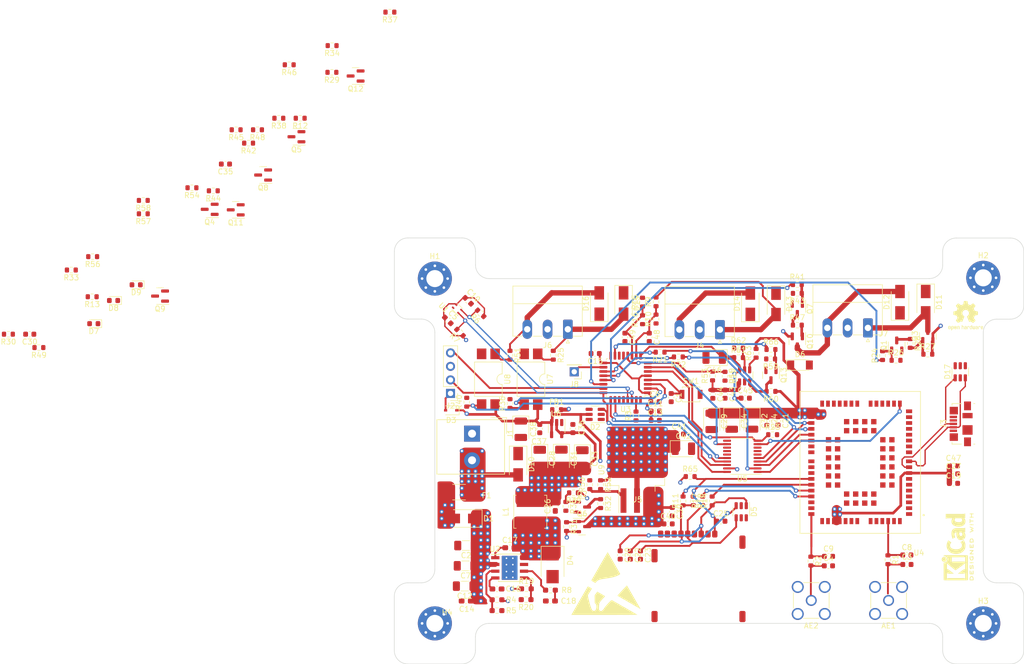
<source format=kicad_pcb>
(kicad_pcb (version 20211014) (generator pcbnew)
  (layers (0 "F.Cu" signal) (1 "In1.Cu" power "Ground") (2 "In2.Cu" signal "Power") (31 "B.Cu" mixed) (34 "B.Paste" user) (35 "F.Paste" user) (36 "B.SilkS" user "B.Silkscreen") (37 "F.SilkS" user "F.Silkscreen") (38 "B.Mask" user) (39 "F.Mask" user) (44 "Edge.Cuts" user))
  (net 0 "")
  (net 1 "Net-(AE1-Pad1)")
  (net 2 "GND")
  (net 3 "Net-(AE2-Pad1)")
  (net 4 "NRST")
  (net 5 "+24V")
  (net 6 "+3V3")
  (net 7 "Net-(C11-Pad1)")
  (net 8 "ANT_MAIN")
  (net 9 "ANT_GNSS")
  (net 10 "Net-(C16-Pad2)")
  (net 11 "Net-(C17-Pad1)")
  (net 12 "Net-(C17-Pad2)")
  (net 13 "Net-(C18-Pad2)")
  (net 14 "+3V8")
  (net 15 "/SIM_RST")
  (net 16 "/SIM_DATA")
  (net 17 "/SIM_CLK")
  (net 18 "+6V")
  (net 19 "1.8V_MONITOR")
  (net 20 "Net-(C39-Pad1)")
  (net 21 "Net-(D1-Pad2)")
  (net 22 "Net-(D2-Pad1)")
  (net 23 "SWCLK")
  (net 24 "SWDIO")
  (net 26 "/USB_D+")
  (net 27 "/USB_D-")
  (net 28 "Net-(D7-Pad1)")
  (net 29 "Net-(D7-Pad2)")
  (net 30 "Net-(D8-Pad1)")
  (net 31 "Net-(D8-Pad2)")
  (net 32 "Net-(D9-Pad1)")
  (net 33 "Net-(D9-Pad2)")
  (net 34 "Net-(F1-Pad1)")
  (net 35 "Net-(J4-Pad1)")
  (net 36 "Net-(J4-Pad3)")
  (net 37 "Net-(J6-Pad1)")
  (net 38 "Net-(J6-Pad3)")
  (net 39 "Net-(J7-Pad1)")
  (net 40 "Net-(R18-Pad1)")
  (net 41 "Net-(Q10-Pad3)")
  (net 42 "Net-(Q1-Pad1)")
  (net 43 "Net-(Q1-Pad3)")
  (net 44 "Net-(Q2-Pad1)")
  (net 45 "Net-(Q2-Pad3)")
  (net 46 "Net-(Q3-Pad1)")
  (net 47 "Net-(Q4-Pad1)")
  (net 48 "Net-(Q5-Pad1)")
  (net 49 "Net-(Q6-Pad1)")
  (net 50 "Net-(Q7-Pad1)")
  (net 51 "Net-(Q7-Pad3)")
  (net 52 "Net-(Q8-Pad1)")
  (net 53 "Net-(Q9-Pad1)")
  (net 54 "W_DISABLE")
  (net 55 "Net-(Q10-Pad1)")
  (net 56 "Net-(Q11-Pad1)")
  (net 57 "PWRKEY")
  (net 58 "Net-(Q12-Pad1)")
  (net 59 "RESET")
  (net 60 "1.8V_EN")
  (net 61 "Net-(Q13-Pad3)")
  (net 62 "Net-(R3-Pad2)")
  (net 63 "Net-(R4-Pad2)")
  (net 64 "Net-(R6-Pad2)")
  (net 65 "Net-(R7-Pad2)")
  (net 66 "Net-(R8-Pad1)")
  (net 67 "Net-(J8-Pad1)")
  (net 68 "Net-(R11-Pad2)")
  (net 69 "MODULE_UART_RX")
  (net 70 "Net-(R12-Pad2)")
  (net 71 "MODULE_UART_TX")
  (net 72 "Net-(R13-Pad2)")
  (net 73 "Net-(R14-Pad2)")
  (net 74 "ANALOG_IN1")
  (net 75 "Net-(R17-Pad2)")
  (net 76 "Net-(R19-Pad2)")
  (net 77 "USART1_TX")
  (net 78 "USART1_RX")
  (net 79 "LLC_EN")
  (net 80 "V_OUT1")
  (net 81 "Net-(R25-Pad2)")
  (net 82 "PSM_IND")
  (net 83 "NETLIGHT")
  (net 84 "V_IN1")
  (net 85 "PWR_EN")
  (net 86 "V_IN2")
  (net 87 "V_OUT2")
  (net 88 "STATUS")
  (net 89 "AIRPLANE_MODE")
  (net 90 "Net-(R50-Pad1)")
  (net 91 "Net-(R51-Pad2)")
  (net 92 "3.8V_MONITOR")
  (net 93 "MODULE_ON")
  (net 94 "MODULE_RST")
  (net 95 "Net-(R61-Pad2)")
  (net 96 "Net-(R63-Pad1)")
  (net 97 "USART2_CTS")
  (net 98 "USART2_RTS")
  (net 99 "SLEEP_DETECTION")
  (net 100 "USART2_RX")
  (net 107 "AP_READY")
  (net 114 "MODULE_UART_RTS")
  (net 115 "MODULE_UART_CTS")
  (net 136 "ANALOG_IN2")
  (net 142 "Net-(Q13-Pad1)")
  (footprint "Connector_Phoenix_MC:PhoenixContact_MC_1,5_3-G-3.81_1x03_P3.81mm_Horizontal" (layer "F.Cu") (at 116.511 55.3835 180)
    (fp_text reference "J7")
    (fp_text value "OUTPUT")
  )
  (footprint "Resistor_SMD:R_0603_1608Metric" (layer "F.Cu") (at 9.862 15.996 180)
    (fp_text reference "R12")
    (fp_text value "DNI(0R)")
  )
  (footprint "Diode_SMD:D_SMA" (layer "F.Cu") (at 66.04 50.8 90)
    (fp_text reference "D16")
    (fp_text value "SMAJ28CA")
  )
  (footprint "Resistor_SMD:R_0603_1608Metric" (layer "F.Cu") (at 0.172 20.676 180)
    (fp_text reference "R42")
    (fp_text value "470")
  )
  (footprint "Connector_PinHeader_2.54mm:PinHeader_1x01_P2.54mm_Vertical" (layer "F.Cu") (at 61.341 63.627 180)
    (fp_text reference "J8")
    (fp_text value "EMPTY_PIN")
  )
  (footprint "Resistor_SMD:R_0603_1608Metric" (layer "F.Cu") (at 98.615 75.438)
    (fp_text reference "R23")
    (fp_text value "2.2k")
  )
  (footprint "Package_QFP:LQFP-32_7x7mm_P0.8mm" (layer "F.Cu") (at 70.993 64.77 180)
    (fp_text reference "U3")
    (fp_text value "STM32L051K6Tx")
  )
  (footprint "Package_TO_SOT_SMD:SOT-23" (layer "F.Cu") (at 20.272 8.066 180)
    (fp_text reference "Q12")
    (fp_text value "2N7002")
  )
  (footprint "Package_TO_SOT_SMD:SOT-23" (layer "F.Cu") (at 9.162 19.476 180)
    (fp_text reference "Q5")
    (fp_text value "2N7002")
  )
  (footprint "Resistor_SMD:R_0603_1608Metric_Pad0.98x0.95mm_HandSolder" (layer "F.Cu") (at 52.3005 106.426 180)
    (fp_text reference "R20")
    (fp_text value "1.6k")
  )
  (footprint "Resistor_SMD:R_0603_1608Metric" (layer "F.Cu") (at 64.262 84.836 90)
    (fp_text reference "R50")
    (fp_text value "22k")
  )
  (footprint "Symbol:OSHW-Logo2_7.3x6mm_SilkScreen" (layer "F.Cu") (at 134.874 53.086)
    (fp_text reference "REF**" hide)
    (fp_text value "OSHW-Logo2_7.3x6mm_SilkScreen" hide)
  )
  (footprint "Package_TO_SOT_SMD:SOT-23" (layer "F.Cu") (at 121.92 58.674 90)
    (fp_text reference "Q1")
    (fp_text value "2N7002")
  )
  (footprint "Capacitor_SMD:C_0603_1608Metric_Pad1.08x0.95mm_HandSolder" (layer "F.Cu") (at 56.8695 106.68)
    (fp_text reference "C18")
    (fp_text value "1nF")
  )
  (footprint "MountingHole:MountingHole_3.2mm_M3_Pad_Via" (layer "F.Cu") (at 35.160949 110.889051)
    (fp_text reference "H4")
    (fp_text value "MountingHole_Pad")
  )
  (footprint "Resistor_SMD:R_0603_1608Metric" (layer "F.Cu") (at 98.298 59.436)
    (fp_text reference "R66")
    (fp_text value "470")
  )
  (footprint "Resistor_SMD:R_0603_1608Metric" (layer "F.Cu") (at 95.504 60.1472 90)
    (fp_text reference "R63")
    (fp_text value "2.2k")
  )
  (footprint "Capacitor_SMD:C_0603_1608Metric" (layer "F.Cu") (at 76.5556 72.7456)
    (fp_text reference "C13")
    (fp_text value "100nF")
  )
  (footprint "Package_TO_SOT_SMD:SOT-23" (layer "F.Cu") (at -2.248 33.206 180)
    (fp_text reference "Q11")
    (fp_text value "2N7002")
  )
  (footprint "Resistor_SMD:R_0603_1608Metric" (layer "F.Cu") (at 124.46 58.293 -90)
    (fp_text reference "R28")
    (fp_text value "2.2k")
  )
  (footprint "Package_TO_SOT_SMD:SOT-23" (layer "F.Cu") (at 127.762 56.896 90)
    (fp_text reference "Q3")
    (fp_text value "Si2301CDS")
  )
  (footprint "Resistor_SMD:R_0603_1608Metric" (layer "F.Cu") (at 49.276 69.596 90)
    (fp_text reference "R36")
    (fp_text value "4.7k")
  )
  (footprint "Resistor_SMD:R_0603_1608Metric" (layer "F.Cu") (at 74.168 50.546 90)
    (fp_text reference "R15")
    (fp_text value "10k")
  )
  (footprint "Resistor_SMD:R_0603_1608Metric" (layer "F.Cu") (at 61.214 86.36 180)
    (fp_text reference "R39")
    (fp_text value "470")
  )
  (footprint "Capacitor_Tantalum_SMD:CP_EIA-3528-21_Kemet-B" (layer "F.Cu") (at 87.1728 72.9353 -90)
    (fp_text reference "C29")
    (fp_text value "47uF")
  )
  (footprint "Resistor_SMD:R_0603_1608Metric" (layer "F.Cu") (at 127.762 60.325)
    (fp_text reference "R27")
    (fp_text value "10k")
  )
  (footprint "Symbol:KiCad-Logo2_5mm_SilkScreen" (layer "F.Cu") (at 133.35 96.52 90)
    (fp_text reference "REF**" hide)
    (fp_text value "KiCad-Logo2_5mm_SilkScreen" hide)
  )
  (footprint "MountingHole:MountingHole_3.2mm_M3_Pad_Via" (layer "F.Cu") (at 35.160949 46.119051)
    (fp_text reference "H1")
    (fp_text value "MountingHole_Pad")
  )
  (footprint "Connector_Phoenix_MC:PhoenixContact_MC_1,5_3-G-3.81_1x03_P3.81mm_Horizontal" (layer "F.Cu") (at 88.71375 55.70525 180)
    (fp_text reference "J4")
    (fp_text value "ANALOG_IN")
  )
  (footprint "Capacitor_Tantalum_SMD:CP_EIA-3528-21_Kemet-B_Pad1.50x2.35mm_HandSolder" (layer "F.Cu") (at 58.928 79.883 -90)
    (fp_text reference "C31")
    (fp_text value "47uF")
  )
  (footprint "Capacitor_SMD:C_0603_1608Metric" (layer "F.Cu") (at 132.575 81.28)
    (fp_text reference "C47")
    (fp_text value "100nF")
  )
  (footprint "Button_Switch_SMD:SW_SPST_B3U-1000P" (layer "F.Cu") (at 83.2848 67.8688)
    (fp_text reference "SW1")
    (fp_text value "RESET")
  )
  (footprint "Capacitor_SMD:C_0603_1608Metric" (layer "F.Cu") (at 76.5048 69.2404)
    (fp_text reference "C6")
    (fp_text value "1uF")
  )
  (footprint "Capacitor_SMD:C_1206_3216Metric_Pad1.33x1.80mm_HandSolder" (layer "F.Cu") (at 40.767 103.886 180)
    (fp_text reference "C12")
    (fp_text value "10uF")
  )
  (footprint "Package_TO_SOT_SMD:SOT-23" (layer "F.Cu") (at 103.251 57.912 -90)
    (fp_text reference "Q10")
    (fp_text value "Si2301CDS")
  )
  (footprint "Connector_Phoenix_MC:PhoenixContact_MC_1,5_3-G-3.81_1x03_P3.81mm_Horizontal" (layer "F.Cu") (at 60.143 55.6375 180)
    (fp_text reference "J6")
    (fp_text value "INPUT")
  )
  (footprint "Resistor_SMD:R_0603_1608Metric" (layer "F.Cu") (at 85.471 87.884 90)
    (fp_text reference "R17")
    (fp_text value "0R")
  )
  (footprint "Diode_SMD:D_SMA" (layer "F.Cu") (at 70.612 50.8 -90)
    (fp_text reference "D15")
    (fp_text value "SMAJ28CA")
  )
  (footprint "Diode_SMD:D_SMA" (layer "F.Cu") (at 122.535 50.546 90)
    (fp_text reference "D12")
    (fp_text value "SMAJ28CA")
  )
  (footprint "Resistor_SMD:R_0603_1608Metric" (layer "F.Cu") (at 26.712 -3.934 180)
    (fp_text reference "R37")
    (fp_text value "510")
  )
  (footprint "Package_TO_SOT_SMD:SOT-23-6" (layer "F.Cu") (at 65.278 71.628 180)
    (fp_text reference "D2")
    (fp_text value "ESDA6V1-5SC6")
  )
  (footprint "Resistor_SMD:R_0603_1608Metric" (layer "F.Cu") (at 80.899 60.833 180)
    (fp_text reference "R22")
    (fp_text value "DNI(0R)")
  )
  (footprint "Capacitor_Tantalum_SMD:CP_EIA-3528-21_Kemet-B_Pad1.50x2.35mm_HandSolder" (layer "F.Cu") (at 54.864 79.909 -90)
    (fp_text reference "C28")
    (fp_text value "47uF")
  )
  (footprint "Capacitor_SMD:C_0603_1608Metric" (layer "F.Cu") (at 69.977 98.044 -90)
    (fp_text reference "C20")
    (fp_text value "33pF")
  )
  (footprint "Resistor_SMD:R_0603_1608Metric" (layer "F.Cu") (at 39.878 56.261 135)
    (fp_text reference "R7")
    (fp_text value "10k")
  )
  (footprint "Capacitor_SMD:C_0603_1608Metric" (layer "F.Cu") (at 54.864 74.308 -90)
    (fp_text reference "C37")
    (fp_text value "100nF")
  )
  (footprint "Package_SO:TI_SO-PowerPAD-8_ThermalVias" (layer "F.Cu") (at 49.2115 100.4515)
    (fp_text reference "U2")
    (fp_text value "TPS54331DDA")
  )
  (footprint "Resistor_SMD:R_0603_1608Metric_Pad0.98x0.95mm_HandSolder" (layer "F.Cu") (at 56.8725 104.648)
    (fp_text reference "R8")
    (fp_text value "38k")
  )
  (footprint "Resistor_SMD:R_0603_1608Metric" (layer "F.Cu") (at 76.708 53.722 90)
    (fp_text reference "R10")
    (fp_text value "1k")
  )
  (footprint "Capacitor_SMD:C_0603_1608Metric" (layer "F.Cu") (at 65.278 60.198 180)
    (fp_text reference "C15")
    (fp_text value "100nF")
  )
  (footprint "Resistor_SMD:R_0603_1608Metric" (layer "F.Cu") (at -29.208 49.526 180)
    (fp_text reference "R13")
    (fp_text value "DNI(0R)")
  )
  (footprint "Resistor_SMD:R_0603_1608Metric_Pad0.98x0.95mm_HandSolder" (layer "F.Cu") (at 46.8335 108.4875)
    (fp_text reference "R5")
    (fp_text value "32k")
  )
  (footprint "Resistor_SMD:R_0603_1608Metric" (layer "F.Cu") (at 83.121 83.312)
    (fp_text reference "R65")
    (fp_text value "0R(DNI)")
  )
  (footprint "Capacitor_Tantalum_SMD:CP_EIA-3528-21_Kemet-B_Pad1.50x2.35mm_HandSolder" (layer "F.Cu") (at 62.865 79.984 -90)
    (fp_text reference "C33")
    (fp_text value "47uF")
  )
  (footprint "Connector_Coaxial:SMA_Amphenol_901-144_Vertical" (layer "F.Cu") (at 120.396 106.5784 180)
    (fp_text reference "AE1")
    (fp_text value "Antenna_Shield")
  )
  (footprint "Resistor_SMD:R_0603_1608Metric" (layer "F.Cu") (at 15.862 2.356 180)
    (fp_text reference "R34")
    (fp_text value "4.7k")
  )
  (footprint "Diode_SMD:D_SMA" (layer "F.Cu") (at 99.24625 50.86775 -90)
    (fp_text reference "D13")
    (fp_text value "SMAJ28CA")
  )
  (footprint "Package_DIP:SMDIP-4_W9.53mm" (layer "F.Cu") (at 45.212 65.024 -90)
    (fp_text reference "U8")
    (fp_text value "FOD817ASD")
  )
  (footprint "Resistor_SMD:R_0603_1608Metric" (layer "F.Cu") (at 66.294 88.392 -90)
    (fp_text reference "R32")
    (fp_text value "2.2k")
  )
  (footprint "LED_SMD:LED_0603_1608Metric" (layer "F.Cu") (at -20.948 47.286 180)
    (fp_text reference "D9")
    (fp_text value "LED")
  )
  (footprint "Capacitor_SMD:C_0603_1608Metric" (layer "F.Cu") (at 99.6188 72.8472 -90)
    (fp_text reference "C21")
    (fp_text value "100pF")
  )
  (footprint "Capacitor_SMD:C_0603_1608Metric_Pad1.08x0.95mm_HandSolder" (layer "F.Cu") (at 46.8335 104.4235 180)
    (fp_text reference "C16")
    (fp_text value "8.2nF")
  )
  (footprint "Capacitor_SMD:C_0603_1608Metric" (layer "F.Cu") (at 81.0768 75.3364)
    (fp_text reference "C41")
    (fp_text value "100nF")
  )
  (footprint "Capacitor_SMD:C_0603_1608Metric" (layer "F.Cu") (at 71.882 98.057 -90)
    (fp_text reference "C22")
    (fp_text value "33pF")
  )
  (footprint "Capacitor_SMD:C_0603_1608Metric" (layer "F.Cu") (at 70.866 57.15 -90)
    (fp_text reference "C49")
    (fp_text value "100nF")
  )
  (footprint "Connector_PinHeader_2.54mm:PinHeader_1x04_P2.54mm_Vertical" (layer "F.Cu") (at 38.1 67.691 180)
    (fp_text reference "J2")
    (fp_text value "SWD")
  )
  (footprint "Capacitor_SMD:C_0603_1608Metric" (layer "F.Cu") (at -4.178 24.606 180)
    (fp_text reference "C35")
    (fp_text value "100nF")
  )
  (footprint "Resistor_SMD:R_0603_1608Metric" (layer "F.Cu") (at -33.128 44.506 180)
    (fp_text reference "R33")
    (fp_text value "4.7k")
  )
  (footprint "Package_SO:TSSOP-20_4.4x6.5mm_P0.65mm" (layer "F.Cu") (at 92.9132 79.502 180)
    (fp_text reference "U5")
    (fp_text value "TXS0108EPW")
  )
  (footprint "Capacitor_SMD:C_0603_1608Metric" (layer "F.Cu") (at 132.588 82.804)
    (fp_text reference "C27")
    (fp_text value "100nF")
  )
  (footprint "Capacitor_Tantalum_SMD:CP_EIA-3528-21_Kemet-B" (layer "F.Cu") (at 81.8388 78.0796)
    (fp_text reference "C42")
    (fp_text value "10uF")
  )
  (footprint "Capacitor_SMD:C_0603_1608Metric" (layer "F.Cu") (at 87.376 67.831 -90)
    (fp_text reference "C44")
    (fp_text value "1uF")
  )
  (footprint "Resistor_SMD:R_0603_1608Metric" (layer "F.Cu") (at 98.235 61.214 180)
    (fp_text reference "R59")
    (fp_text value "4.7k")
  )
  (footprint "SHT4x:SHT4X" (layer "F.Cu") (at 39.37 51.816 135)
    (fp_text reference "U1")
    (fp_text value "SHT4x")
  )
  (footprint "Package_DIP:SMDIP-4_W9.53mm" (layer "F.Cu") (at 53.213 65.024 -90)
    (fp_text reference "U7")
    (fp_text value "FOD817ASD")
  )
  (footprint "TerminalBlock_Altech:Altech_AK300_1x02_P5.00mm_45-Degree" (layer "F.Cu") (at 42.145949 75.249051 -90)
    (fp_text reference "J1")
    (fp_text value "VIN")
  )
  (footprint "Package_TO_SOT_SMD:SOT-23" (layer "F.Cu") (at 2.902 26.666 180)
    (fp_text reference "Q8")
    (fp_text value "2N7002")
  )
  (footprint "Resistor_SMD:R_0603_1608Metric" (layer "F.Cu") (at 59.8955 92.71 -90)
    (fp_text reference "R31")
    (fp_text value "10k")
  )
  (footprint "Resistor_SMD:R_0603_1608Metric" (layer "F.Cu") (at -19.608 31.436 180)
    (fp_text reference "R58")
    (fp_text value "4.7k")
  )
  (footprint "Resistor_SMD:R_0603_1608Metric" (layer "F.Cu") (at -19.608 33.946 180)
    (fp_text reference "R57")
    (fp_text value "470")
  )
  (footprint "Capacitor_SMD:C_0603_1608Metric_Pad1.08x0.95mm_HandSolder" (layer "F.Cu") (at 49.2465 96.6765)
    (fp_text reference "C17")
    (fp_text value "100nF")
  )
  (footprint "Capacitor_SMD:C_0603_1608Metric" (layer "F.Cu") (at 88.887 91.694)
    (fp_text reference "C25")
    (fp_text value "100nF")
  )
  (footprint "LED_SMD:LED_0603_1608Metric" (layer "F.Cu") (at -25.198 50.236 180)
    (fp_text reference "D8")
    (fp_text value "LED")
  )
  (footprint "Package_TO_SOT_SMD:SOT-23-6" (layer "F.Cu") (at 133.858 63.627 90)
    (fp_text reference "D17")
    (fp_text value "ESDA6V1-5SC6")
  )
  (footprint "Resistor_SMD:R_0603_1608Metric" (layer "F.Cu") (at 59.7685 88.9 -90)
    (fp_text reference "R35")
    (fp_text value "4.7k")
  )
  (footprint "Capacitor_SMD:C_0603_1608Metric" (layer "F.Cu") (at 109.106 98.298)
    (fp_text reference "C9")
    (fp_text value "DNI")
  )
  (footprint "Capacitor_SMD:C_0603_1608Metric" (layer "F.Cu") (at 37.592 53.975 -45)
    (fp_text reference "C5")
    (fp_text value "100nF")
  )
  (footprint "Package_TO_SOT_SMD:SOT-23-6" (layer "F.Cu") (at 93.345 64.389 90)
    (fp_text reference "U10")
    (fp_text value "FAN2558SX")
  )
  (footprint "Resistor_SMD:R_0603_1608Metric" (layer "F.Cu") (at 98.298 67.31 180)
    (fp_text reference "R60")
    (fp_text value "4.7k")
  )
  (footprint "Capacitor_SMD:C_0603_1608Metric" (layer "F.Cu") (at 93.472 68.58)
    (fp_text reference "C45")
    (fp_text value "100nF")
  )
  (footprint "Resistor_SMD:R_0603_1608Metric" (layer "F.Cu") (at 15.822 7.376 180)
    (fp_text reference "R29")
    (fp_text value "470")
  )
  (footprint "Resistor_SMD:R_0603_1608Metric" (layer "F.Cu") (at -44.948 56.566 180)
    (fp_text reference "R30")
    (fp_text value "470")
  )
  (footprint "Resistor_SMD:R_0603_1608Metric" (layer "F.Cu") (at -39.218 59.076 180)
    (fp_text reference "R49")
    (fp_text value "510")
  )
  (footprint "Connector_Coaxial:SMA_Amphenol_901-144_Vertical" (layer "F.Cu") (at 105.8672 106.5784 180)
    (fp_text reference "AE2")
    (fp_text value "Antenna_Shield")
  )
  (footprint "Resistor_SMD:R_0603_1608Metric" (layer "F.Cu") (at 121.793 61.468)
    (fp_text reference "R26")
    (fp_text value "4.7k")
  )
  (footprint "Package_TO_SOT_SMD:SOT-23-6" (layer "F.Cu") (at 92.71 89.916 -90)
    (fp_text reference "D5")
    (fp_text value "ESDA6V1-5SC6")
  )
  (footprint "Resistor_SMD:R_0603_1608Metric" (layer "F.Cu") (at 105.791 99.187 -90)
    (fp_text reference "R2")
    (fp_text value "0R")
  )
  (footprint "GSM_MODULES:XCVR_BG96" (layer "F.Cu") (at 115.062 80.645 180)
    (fp_text reference "U4")
    (fp_text value "BG96")
  )
  (footprint "Resistor_SMD:R_0603_1608Metric" (layer "F.Cu") (at 7.802 5.956 180)
    (fp_text reference "R46")
    (fp_text value "10k")
  )
  (footprint "Diode_SMD:D_SMA" (layer "F.Cu") (at 94.42025 50.83575 90)
    (fp_text reference "D14")
    (fp_text value "SMAJ28CA")
  )
  (footprint "Resistor_SMD:R_0603_1608Metric" (layer "F.Cu") (at 76.708 50.483 90)
    (fp_text reference "R9")
    (fp_text value "10k")
  )
  (footprint "Package_TO_SOT_SMD:SOT-23-5" (layer "F.Cu") (at 58.039 74.295 -90)
    (fp_text reference "U6")
    (fp_text value "TLV704xx")
  )
  (footprint "Package_TO_SOT_SMD:SOT-23" (layer "F.Cu") (at 103.251 51.816 -90)
    (fp_text reference "Q7")
    (fp_text value "2N7002")
  )
  (footprint "Diode_SMD:D_SMA" (layer "F.Cu") (at 50.8 80.994 -90)
    (fp_text reference "D10")
    (fp_text value "SMAJ28CA")
  )
  (footprint "Capacitor_SMD:C_0603_1608Metric_Pad1.08x0.95mm_HandSolder" (layer "F.Cu") (at 57.785 88.9 90)
    (fp_text reference "C26")
    (fp_text value "100nF")
  )
  (footprint "Capacitor_SMD:C_0603_1608Metric" (layer "F.Cu") (at 123.825 98.044)
    (fp_text reference "C8")
    (fp_text value "DNI")
  )
  (footprint "Resistor_SMD:R_0603_1608Metric" (layer "F.Cu") (at 83.693 87.884 -90)
    (fp_text reference "R18")
    (fp_text value "15k")
  )
  (footprint "Package_TO_SOT_SMD:SOT-23" (layer "F.Cu") (at 98.298 64.262 -90)
    (fp_text reference "Q13")
    (fp_text value "2N7002")
  )
  (footprint "Fuse:Fuse_Littelfuse-NANO2-451_453" (layer "F.Cu") (at 39.709 86.233 180)
    (fp_text reference "F1")
    (fp_text value "Fuse 3A")
  )
  (footprint "Resistor_SMD:R_0603_1608Metric_Pad0.98x0.95mm_HandSolder" (layer "F.Cu") (at 52.3475 104.394)
    (fp_text reference "R19")
    (fp_text value "10k")
  )
  (footprint "Diode_SMD:D_SMA" (layer "F.Cu") (at 127.361 50.546 -90)
    (fp_text reference "D11")
    (fp_text value "SMAJ28CA")
  )
  (footprint "Package_TO_SOT_SMD:SOT-23" (layer "F.Cu") (at -16.458 49.406 180)
    (fp_text reference "Q9")
    (fp_text value "2N7002")
  )
  (footprint "Capacitor_SMD:C_0603_1608Metric" (layer "F.Cu") (at 76.581 71.0184)
    (fp_text reference "C11")
    (fp_text value "100nF")
  )
  (footprint "Capacitor_Tantalum_SMD:CP_EIA-3528-21_Kemet-B" (layer "F.Cu") (at 90.932 72.8845 -90)
    (fp_text reference "C34")
    (fp_text value "47uF")
  )
  (footprint "Capacitor_SMD:C_0603_1608Metric" (layer "F.Cu") (at 79.756 89.903 -90)
    (fp_text reference "C39")
    (fp_text value "100nF")
  )
  (footprint "Resistor_SMD:R_0603_1608Metric" (layer "F.Cu") (at 1.842 18.166 180)
    (fp_text reference "R48")
    (fp_text value "4.7k")
  )
  (footprint "Diode_SMD:D_MiniMELF" (layer "F.Cu") (at 103.759 62.357)
    (fp_text reference "D6")
    (fp_text value "TZMC5V1")
  )
  (footprint "Package_TO_SOT_SMD:SOT-23" (layer "F.Cu") (at 62.8165 92.71)
    (fp_text reference "Q6")
    (fp_text value "Si2301CDS")
  )
  (footprint "Resistor_SMD:R_0603_1608Metric" (layer "F.Cu") (at 41.148 69.342 90)
    (fp_text reference "R40")
    (fp_text value "4.7k")
  )
  (footprint "Capacitor_Tantalum_SMD:CP_EIA-3528-21_Kemet-B" (layer "F.Cu") (at 87.63 60.96 180)
    (fp_text reference "C46")
    (fp_text value "10uF")
  )
  (footprint "Resistor_SMD:R_0603_1608Metric" (layer "F.Cu") (at 87.249 87.884 90)
    (fp_text reference "R14")
    (fp_text value "0R")
  )
  (footprint "Connector_USB:USB_Micro-B_Molex_47346-0001" (layer "F.Cu") (at 134.02 73.406 90)
    (fp_text reference "J3")
    (fp_text value "USB_B_Micro")
  )
  (footprint "Resistor_SMD:R_0603_1608Metric" (layer "F.Cu") (at 5.852 15.996 180)
    (fp_text reference "R38")
    (fp_text value "510")
  )
  (footprint "Capacitor_SMD:C_0603_1608Metric" (layer "F.Cu") (at 79.5528 68.4784 -90)
    (fp_text reference "C1")
    (fp_text value "100nF")
  )
  (footprint "Resistor_SMD:R_0603_1608Metric" (layer "F.Cu") (at 120.269 98.933 -90)
    (fp_text reference "R1")
    (fp_text value "0R")
  )
  (footprint "Capacitor_SMD:C_0603_1608Metric" (layer "F.Cu") (at -40.938 56.566 180)
    (fp_text reference "C30")
    (fp_text value "100nF")
  )
  (footprint "Resistor_SMD:R_0603_1608Metric" (layer "F.Cu") (at -6.458 29.626 180)
    (fp_text reference "R44")
    (fp_text value "4.7k")
  )
  (footprint "Capacitor_SMD:C_0603_1608Metric" (layer "F.Cu") (at 123.838 99.822)
    (fp_text reference "C3")
    (fp_text value "DNI")
  )
  (footprint "Resistor_SMD:R_0603_1608Metric" (layer "F.Cu") (at 49.276 60.515 -90)
    (fp_text reference "R51")
    (fp_text value "4.7k")
  )
  (footprint "Diode_SMD:D_SMA" (layer "F.Cu") (at 40.64 91.186 180)
    (fp_text reference "D1")
    (fp_text value "CDBA340-HF")
  )
  (footprint "MountingHole:MountingHole_3.2mm_M3_Pad_Via" (layer "F.Cu") (at 138.176 110.889051)
    (fp_text reference "H3")
    (fp_text value "MountingHole_Pad")
  )
  (footprint "Resistor_SMD:R_0603_1608Metric" (layer "F.Cu") (at 66.294 84.836 -90)
    (fp_text reference "R52")
    (fp_text value "10k")
  )
  (footprint "Resistor_SMD:R_0603_1608Metric" (layer "F.Cu") (at 92.202 60.96)
    (fp_text reference "R61")
    (fp_text value "4.7k")
  )
  (footprint "Resistor_SMD:R_0603_1608Metric" (layer "F.Cu") (at 89.662 64.4652 -90)
    (fp_text reference "R55")
    (fp_text value "10k")
  )
  (footprint "Capacitor_SMD:C_0603_1608Metric" (layer "F.Cu") (at 41.402 50.292 -45)
    (fp_text reference "C10")
    (fp_text value "1uF")
  )
  (footprint "Resistor_SMD:R_0603_1608Metric" (layer "F.Cu") (at 92.1898 59.182)
    (fp_text reference "R62")
    (fp_text value "4.7k")
  )
  (footprint "Capacitor_SMD:C_0603_1608Metric" (layer "F.Cu") (at 61.087 74.295 90)
    (fp_text reference "C36")
    (fp_text value "100nF")
  )
  (footprint "ATTEND_MICRO_SIM:ATTEND_MICRO_SIM" (layer "F.Cu") (at 73.2545 88.1365)
    (fp_text reference "J5")
    (fp_text value "SIM_Card_Shielded")
  )
  (footprint "Resistor_SMD:R_0603_1608Metric" (layer "F.Cu") (at 103.251 47.244)
    (fp_text reference "R41")
    (fp_text value "470")
  )
  (footprint "Resistor_SMD:R_0603_1608Metric" (layer "F.Cu") (at 77.47 59.944 180)
    (fp_text reference "R21")
    (fp_text value "DNI(0R)")
  )
  (footprint "LED_SMD:LED_0603_1608Metric" (layer "F.Cu") (at -28.908 54.586 180)
    (fp_text reference "D7")
    (fp_text value "LED")
  )
  (footprint "Capacitor_Tantalum_SMD:CP_EIA-3528-21_Kemet-B" (layer "F.Cu") (at 51.308 74.422 -90)
    (fp_text reference "C38")
    (fp_text value "10uF")
  )
  (footprint "Capacitor_SMD:C_0603_1608Metric_Pad1.08x0.95mm_HandSolder" (layer "F.Cu") (at 41.0475 106.68)
    (fp_text reference "C14")
    (fp_text value "100nF")
  )
  (footprint "Resistor_SMD:R_0603_1608Metric" (layer "F.Cu") (at 87.3252 64.4144 90)
    (fp_text reference "R53")
    (fp_text value "10k")
  )
  (footprint "Capacitor_SMD:C_1206_3216Metric_Pad1.33x1.80mm_HandSolder" (layer "F.Cu") (at 41.021 96.266 180)
    (fp_text reference "C2")
    (fp_text value "10uF")
  )
  (footprint "Capacitor_SMD:C_0603_1608Metric" (layer "F.Cu") (at 89.662 67.818 -90)
    (fp_text reference "C43")
    (fp_text value "100nF")
  )
  (footprint "Package_TO_SOT_SMD:SOT-23" (layer "F.Cu") (at -7.138 33.106 180)
    (fp_text reference "Q4")
    (fp_text value "2N7002")
  )
  (footprint "Resistor_SMD:R_0603_1608Metric" (layer "F.Cu") (at 103.251 54.864)
    (fp_text reference "R47")
    (fp_text value "2.2k")
  )
  (footprint "Diode_SMD:D_SMB" (layer "F.Cu") (at 57.277 99.958 -90)
    (fp_text reference "D4")
    (fp_text value "STPS340U")
  )
  (footprint "Capacitor_SMD:C_1206_3216Metric_Pad1.33x1.80mm_HandSolder" (layer "F.Cu") (at 40.9325 100.076 180)
    (fp_text reference "C7")
    (fp_text value "10uF")
  )
  (footprint "Capacitor_SMD:C_0603_1608Metric" (layer "F.Cu") (at 75.438 57.15 -90)
    (fp_text reference "C48")
    (fp_text value "100nF")
  )
  (footprint "Resistor_SMD:R_0603_1608Metric" (layer "F.Cu") (at 57.404 60.515 -90)
    (fp_text reference "R25")
    (fp_text value "4.7k")
  )
  (footprint "Inductor_SMD:L_Bourns_SRN6045TA" (layer "F.Cu") (at 53.086 89.916 90)
    (fp_text reference "L1")
    (fp_text value "SRN6045TA-100M")
  )
  (footprint "Resistor_SMD:R_0603_1608Metric" (layer "F.Cu") (at -29.118 41.996 180)
    (fp_text reference "R56")
    (fp_text value "4.7k")
  )
  (footprint "Capacitor_SMD:C_0603_1608Metric" (layer "F.Cu") (at 78.981 92.202)
    (fp_text reference "C40")
    (fp_text value "1uF")
  )
  (footprint "Resistor_SMD:R_0603_1608Metric" (layer "F.Cu") (at 81.788 87.884 90)
    (fp_text reference "R11")
    (fp_text value "0R")
  )
  (footprint "Diode_SMD:D_SOD-323" (layer "F.Cu") (at 38.227 70.866 180)
    (fp_text reference "D3")
    (fp_text value "1N4148WS")
  )
  (footprint "Package_TO_SOT_SMD:SOT-23" (layer "F.Cu") (at 62.8165 89.027)
    (fp_text reference "Q2")
    (fp_text value "2N7002")
  )
  (footprint "Capacitor_Tantalum_SMD:CP_EIA-3528-21_Kemet-B" (layer "F.Cu") (at 94.742 72.871 -90)
    (fp_text reference "C32")
    (fp_text value "47uF")
  )
  (footprint "Resistor_SMD:R_0603_1608Metric_Pad0.98x0.95mm_HandSolder" (layer "F.Cu") (at 46.8335 106.4555 180)
    (fp_text reference "R4")
    (fp_text value "169k")
  )
  (footprint "Symbol:ESD-Logo_13.2x12mm_SilkScreen" (layer "F.Cu") (at 67.31 103.378)
    (fp_text reference "REF**" hide)
    (fp_text value "ESD-Logo_13.2x12mm_SilkScreen" hide)
  )
  (footprint "Capacitor_SMD:C_0603_1608Metric" (layer "F.Cu") (at 97.536 72.911 -90)
    (fp_text reference "C24")
    (fp_text value "100nF")
  )
  (footprint "Package_TO_SOT_SMD:TO-263-3_TabPin2" (layer "F.Cu") (at 73.133 82.042 90)
    (fp_text reference "U9")
    (fp_text value "LM1085-ADJ")
  )
  (footprint "Resistor_SMD:R_0603_1608Metric" (layer "F.Cu") (at 74.168 53.848 90)
    (fp_text reference "R16")
    (fp_text value "1k")
  )
  (footprint "Resistor_SMD:R_0603_1608Metric" (layer "F.Cu") (at 58.039 70.739)
    (fp_text reference "FB1")
    (fp_text value "FerriteBead")
  )
  (footprint "Resistor_SMD:R_0603_1608Metric" (layer "F.Cu") (at 43.763363 52.653363 135)
    (fp_text reference "R6")
    (fp_text value "10k")
  )
  (footprint "Resistor_SMD:R_0603_1608Metric" (layer "F.Cu") (at -2.168 18.166 180)
    (fp_text reference "R45")
    (fp_text value "470")
  )
  (footprint "Capacitor_SMD:C_0603_1608Metric" (layer "F.Cu") (at 132.588 84.582)
    (fp_text reference "C19")
    (fp_text value "22pF")
  )
  (footprint "Resistor_SMD:R_0603_1608Metric" (layer "F.Cu") (at -10.468 29.056 180)
    (fp_text reference "R54")
    (fp_text value "470")
  )
  (footprint "MountingHole:MountingHole_3.2mm_M3_Pad_Via" (layer "F.Cu") (at 138.176 45.974)
    (fp_text reference "H2")
    (fp_text value "MountingHole_Pad")
  )
  (footprint "Resistor_SMD:R_0603_1608Metric" (layer "F.Cu") (at 119.253 60.579 90)
    (fp_text reference "R24")
    (fp_text value "470")
  )
  (footprint "Resistor_SMD:R_0603_1608Metric" (layer "F.Cu") (at 72.9488 71.9328 90)
    (fp_text reference "R3")
    (fp_text value "510")
  )
  (footprint "Resistor_SMD:R_0603_1608Metric" (layer "F.Cu") (at 103.251 48.895 180)
    (fp_text reference "R43")
    (fp_text value "4.7k")
  )
  (footprint "Capacitor_SMD:C_0603_1608Metric" (layer "F.Cu") (at 109.093 100.076)
    (fp_text reference "C4")
    (fp_text value "DNI")
  )
  (footprint "Capacitor_SMD:C_0603_1608Metric" (layer "F.Cu") (at 73.787 98.057 -90)
    (fp_text reference "C23")
    (fp_text value "33pF")
  )
  (gr_line (start 42.780949 115.969051) (end 42.780949 113.429051) (layer "Edge.Cuts") (width 0.1))
  (gr_line (start 143.256 118.509051) (end 133.096 118.509051) (layer "Edge.Cuts") (width 0.1))
  (gr_arc (start 140.716 103.269051) (mid 138.919934 102.525117) (end 138.176 100.729051) (layer "Edge.Cuts") (width 0.1))
  (gr_arc (start 145.796 115.969051) (mid 145.052072 117.765151) (end 143.256 118.509051) (layer "Edge.Cuts") (width 0.1))
  (gr_arc (start 27.540949 105.809051) (mid 28.284898 104.013) (end 30.080949 103.269051) (layer "Edge.Cuts") (width 0.1))
  (gr_line (start 130.556 41.039051) (end 130.556 43.579051) (layer "Edge.Cuts") (width 0.1))
  (gr_line (start 45.320949 110.889051) (end 45.320949 110.889051) (layer "Edge.Cuts") (width 0.1))
  (gr_line (start 145.796 105.809051) (end 145.796 115.969051) (layer "Edge.Cuts") (width 0.1))
  (gr_arc (start 45.339 46.119051) (mid 43.541861 45.363445) (end 42.799 43.561) (layer "Edge.Cuts") (width 0.1))
  (gr_line (start 30.080949 103.269051) (end 32.620949 103.269051) (layer "Edge.Cuts") (width 0.1))
  (gr_line (start 143.256 103.269051) (end 140.716 103.269051) (layer "Edge.Cuts") (width 0.1))
  (gr_arc (start 35.160949 100.729051) (mid 34.417 102.525102) (end 32.620949 103.269051) (layer "Edge.Cuts") (width 0.1))
  (gr_arc (start 138.176 56.279051) (mid 138.919969 54.483049) (end 140.716 53.739051) (layer "Edge.Cuts") (width 0.1))
  (gr_line (start 30.099 53.721) (end 32.639 53.721) (layer "Edge.Cuts") (width 0.1))
  (gr_line (start 133.096 38.499051) (end 143.256 38.499051) (layer "Edge.Cuts") (width 0.1))
  (gr_arc (start 42.780949 113.429051) (mid 43.524898 111.633) (end 45.320949 110.889051) (layer "Edge.Cuts") (width 0.1))
  (gr_line (start 138.176 100.729051) (end 138.176 100.729051) (layer "Edge.Cuts") (width 0.1))
  (gr_arc (start 133.096 118.509051) (mid 131.299934 117.765117) (end 130.556 115.969051) (layer "Edge.Cuts") (width 0.1))
  (gr_line (start 138.176 58.819051) (end 138.176 100.729051) (layer "Edge.Cuts") (width 0.1))
  (gr_arc (start 143.256 103.269051) (mid 145.052037 104.013014) (end 145.796 105.809051) (layer "Edge.Cuts") (width 0.1))
  (gr_line (start 128.016 110.889051) (end 45.320949 110.889051) (layer "Edge.Cuts") (width 0.1))
  (gr_arc (start 32.639 53.721) (mid 34.424447 54.482955) (end 35.160949 56.279051) (layer "Edge.Cuts") (width 0.1))
  (gr_line (start 35.160949 100.729051) (end 35.160949 56.279051) (layer "Edge.Cuts") (width 0.1))
  (gr_arc (start 30.080949 118.509051) (mid 28.284898 117.765102) (end 27.540949 115.969051) (layer "Edge.Cuts") (width 0.1))
  (gr_arc (start 40.259 38.481) (mid 42.055051 39.224949) (end 42.799 41.021) (layer "Edge.Cuts") (width 0.1))
  (gr_line (start 143.256 53.739051) (end 140.716 53.739051) (layer "Edge.Cuts") (width 0.1))
  (gr_line (start 30.099 38.481) (end 40.259 38.481) (layer "Edge.Cuts") (width 0.1))
  (gr_arc (start 30.099 53.721) (mid 28.302949 52.977051) (end 27.559 51.181) (layer "Edge.Cuts") (width 0.1))
  (gr_line (start 138.176 56.279051) (end 138.176 58.819051) (layer "Edge.Cuts") (width 0.1))
  (gr_arc (start 27.559 41.021) (mid 28.302949 39.22495) (end 30.099 38.481) (layer "Edge.Cuts") (width 0.1))
  (gr_arc (start 128.016 110.889051) (mid 129.812037 111.633014) (end 130.556 113.429051) (layer "Edge.Cuts") (width 0.1))
  (gr_line (start 45.339 46.119051) (end 128.016 46.119051) (layer "Edge.Cuts") (width 0.1))
  (gr_line (start 27.559 51.181) (end 27.559 41.021) (layer "Edge.Cuts") (width 0.1))
  (gr_arc (start 145.796 51.199051) (mid 145.052072 52.995151) (end 143.256 53.739051) (layer "Edge.Cuts") (width 0.1))
  (gr_line (start 27.540949 115.969051) (end 27.540949 105.809051) (layer "Edge.Cuts") (width 0.1))
  (gr_arc (start 130.556 41.039051) (mid 131.299969 39.243049) (end 133.096 38.499051) (layer "Edge.Cuts") (width 0.1))
  (gr_arc (start 130.556 43.579051) (mid 129.812072 45.375151) (end 128.016 46.119051) (layer "Edge.Cuts") (width 0.1))
  (gr_line (start 40.240949 118.509051) (end 30.080949 118.509051) (layer "Edge.Cuts") (width 0.1))
  (gr_line (start 42.799 41.021) (end 42.799 43.561) (layer "Edge.Cuts") (width 0.1))
  (gr_line (start 145.796 41.039051) (end 145.796 51.199051) (layer "Edge.Cuts") (width 0.1))
  (gr_line (start 130.556 115.969051) (end 130.556 113.429051) (layer "Edge.Cuts") (width 0.1))
  (gr_arc (start 42.780949 115.969051) (mid 42.037 117.765102) (end 40.240949 118.509051) (layer "Edge.Cuts") (width 0.1))
  (gr_arc (start 143.256 38.499051) (mid 145.052037 39.243014) (end 145.796 41.039051) (layer "Edge.Cuts") (width 0.1))
  (segment (start 120.333 99.822) (end 120.269 99.758) (width 0.35) (layer "F.Cu") (net 1))
  (segment (start 123.063 99.822) (end 120.333 99.822) (width 0.35) (layer "F.Cu") (net 1))
  (segment (start 120.269 99.758) (end 120.269 105.283) (width 0.35) (layer "F.Cu") (net 1))
  (segment (start 105.791 106.5022) (end 105.791 100.012) (width 0.35) (layer "F.Cu") (net 3))
  (segment (start 105.8672 106.5784) (end 105.791 106.5022) (width 0.35) (layer "F.Cu") (net 3))
  (segment (start 105.855 100.076) (end 105.791 100.012) (width 0.35) (layer "F.Cu") (net 3))
  (segment (start 108.318 100.076) (end 105.855 100.076) (width 0.35) (layer "F.Cu") (net 3))
  (segment (start 81.4194 67.7034) (end 81.5848 67.8688) (width 0.35) (layer "F.Cu") (net 4))
  (segment (start 81.5848 67.8688) (end 81.534 67.8688) (width 0.35) (layer "F.Cu") (net 4))
  (segment (start 78.8352 65.17) (end 75.168 65.17) (width 0.35) (layer "F.Cu") (net 4))
  (segment (start 81.534 67.8688) (end 78.8352 65.17) (width 0.35) (layer "F.Cu") (net 4))
  (segment (start 79.5528 67.7034) (end 81.4194 67.7034) (width 0.35) (layer "F.Cu") (net 4))
  (segment (start 101.5515 56.9745) (end 102.301 56.9745) (width 0.5) (layer "F.Cu") (net 5))
  (segment (start 48.895 106.68) (end 47.9705 106.68) (width 0.35) (layer "F.Cu") (net 5))
  (segment (start 128.587 60.325) (end 128.587 57.9585) (width 0.5) (layer "F.Cu") (net 5))
  (segment (start 128.712 57.8335) (end 128.712 56.454) (width 0.5) (layer "F.Cu") (net 5))
  (segment (start 128.712 56.454) (end 130.175 54.991) (width 0.5) (layer "F.Cu") (net 5))
  (segment (start 100.584 56.007) (end 101.5515 56.9745) (width 0.5) (layer "F.Cu") (net 5))
  (segment (start 128.587 57.9585) (end 128.712 57.8335) (width 0.5) (layer "F.Cu") (net 5))
  (segment (start 47.9705 106.68) (end 47.746 106.4555) (width 0.35) (layer "F.Cu") (net 5))
  (via (at 43.815 101.6) (size 0.8) (drill 0.4) (layers "F.Cu" "B.Cu") (net 5))
  (via (at 45.085 99.06) (size 0.8) (drill 0.4) (layers "F.Cu" "B.Cu") (net 5))
  (via (at 45.085 100.33) (size 0.8) (drill 0.4) (layers "F.Cu" "B.Cu") (net 5))
  (via (at 43.815 96.52) (size 0.8) (drill 0.4) (layers "F.Cu" "B.Cu") (net 5))
  (via (at 45.085 91.44) (size 0.8) (drill 0.4) (layers "F.Cu" "B.Cu") (net 5))
  (via (at 43.815 105.41) (size 0.8) (drill 0.4) (layers "F.Cu" "B.Cu") (net 5))
  (via (at 45.085 97.79) (size 0.8) (drill 0.4) (layers "F.Cu" "B.Cu") (net 5))
  (via (at 43.815 95.25) (size 0.8) (drill 0.4) (layers "F.Cu" "B.Cu") (net 5))
  (via (at 42.545 92.71) (size 0.8) (drill 0.4) (layers "F.Cu" "B.Cu") (net 5))
  (via (at 45.085 95.25) (size 0.8) (drill 0.4) (layers "F.Cu" "B.Cu") (net 5))
  (via (at 43.815 106.68) (size 0.8) (drill 0.4) (layers "F.Cu" "B.Cu") (net 5))
  (via (at 48.895 106.68) (size 0.8) (drill 0.4) (layers "F.Cu" "B.Cu") (net 5))
  (via (at 43.815 100.33) (size 0.8) (drill 0.4) (layers "F.Cu" "B.Cu") (net 5))
  (via (at 42.545 102.235) (size 0.8) (drill 0.4) (layers "F.Cu" "B.Cu") (net 5))
  (via (at 45.085 96.52) (size 0.8) (drill 0.4) (layers "F.Cu" "B.Cu") (net 5))
  (via (at 43.815 97.79) (size 0.8) (drill 0.4) (layers "F.Cu" "B.Cu") (net 5))
  (via (at 42.545 93.98) (size 0.8) (drill 0.4) (layers "F.Cu" "B.Cu") (net 5))
  (via (at 45.085 92.71) (size 0.8) (drill 0.4) (layers "F.Cu" "B.Cu") (net 5))
  (via (at 130.175 54.991) (size 0.8) (drill 0.4) (layers "F.Cu" "B.Cu") (net 5))
  (via (at 43.815 92.71) (size 0.8) (drill 0.4) (layers "F.Cu" "B.Cu") (net 5))
  (via (at 43.815 99.06) (size 0.8) (drill 0.4) (layers "F.Cu" "B.Cu") (net 5))
  (via (at 43.815 102.87) (size 0.8) (drill 0.4) (layers "F.Cu" "B.Cu") (net 5))
  (via (at 42.545 105.41) (size 0.8) (drill 0.4) (layers "F.Cu" "B.Cu") (net 5))
  (via (at 100.584 56.007) (size 0.8) (drill 0.4) (layers "F.Cu" "B.Cu") (net 5))
  (via (at 43.815 104.14) (size 0.8) (drill 0.4) (layers "F.Cu" "B.Cu") (net 5))
  (via (at 45.085 93.98) (size 0.8) (drill 0.4) (layers "F.Cu" "B.Cu") (net 5))
  (via (at 43.815 93.98) (size 0.8) (drill 0.4) (layers "F.Cu" "B.Cu") (net 5))
  (via (at 45.085 90.17) (size 0.8) (drill 0.4) (layers "F.Cu" "B.Cu") (net 5))
  (segment (start 44.471395 51.710395) (end 42.504992 49.743992) (width 0.25) (layer "F.Cu") (net 6))
  (segment (start 81.28 84.1248) (end 82.0928 83.312) (width 0.35) (layer "F.Cu") (net 6))
  (segment (start 38.981091 50.861406) (end 37.784594 50.861406) (width 0.25) (layer "F.Cu") (net 6))
  (segment (start 57.089 75.4325) (end 57.089 73.1575) (width 0.5) (layer "F.Cu") (net 6))
  (segment (start 36.83 53.213) (end 37.043992 53.426992) (width 0.25) (layer "F.Cu") (net 6))
  (segment (start 36.83 51.816) (end 36.83 53.213) (width 0.25) (layer "F.Cu") (net 6))
  (segment (start 54.483 72.39) (end 54.483 69.789) (width 0.5) (layer "F.Cu") (net 6))
  (segment (start 40.461363 56.844363) (end 40.461363 57.098363) (width 0.25) (layer "F.Cu") (net 6))
  (segment (start 54.2155 72.8845) (end 54.864 73.533) (width 0.5) (layer "F.Cu") (net 6))
  (segment (start 51.308 72.8845) (end 54.2155 72.8845) (width 0.5) (layer "F.Cu") (net 6))
  (segment (start 90.0507 81.777) (end 91.7846 81.777) (width 0.35) (layer "F.Cu") (net 6))
  (segment (start 64.12998 71.63852) (end 62.57508 71.63852) (width 0.5) (layer "F.Cu") (net 6))
  (segment (start 40.853992 49.743992) (end 40.452059 49.743992) (width 0.25) (layer "F.Cu") (net 6))
  (segment (start 62.57508 71.63852) (end 62.57508 73.03988) (width 0.5) (layer "F.Cu") (net 6))
  (segment (start 57.41552 71.63852) (end 57.214 71.437) (width 0.35) (layer "F.Cu") (net 6))
  (segment (start 46.609 71.628) (end 46.609 69.789) (width 0.5) (layer "F.Cu") (net 6))
  (segment (start 42.504992 49.743992) (end 40.853992 49.743992) (width 0.25) (layer "F.Cu") (net 6))
  (segment (start 57.214 70.739) (end 57.214 71.437) (width 0.5) (layer "F.Cu") (net 6))
  (segment (start 55.2395 73.1575) (end 54.864 73.533) (width 0.5) (layer "F.Cu") (net 6))
  (segment (start 37.043992 55.077992) (end 38.810363 56.844363) (width 0.25) (layer "F.Cu") (net 6))
  (segment (start 81.28 84.4296) (end 81.28 84.1248) (width 0.35) (layer "F.Cu") (net 6))
  (segment (start 91.7846 81.777) (end 91.948 81.9404) (width 0.25) (layer "F.Cu") (net 6))
  (segment (start 64.3128 74.7776) (end 66.2432 76.708) (width 0.5) (layer "F.Cu") (net 6))
  (segment (start 82.0928 83.312) (end 82.296 83.312) (width 0.35) (layer "F.Cu") (net 6))
  (segment (start 44.471395 52.635941) (end 44.471395 51.710395) (width 0.25) (layer "F.Cu") (net 6))
  (segment (start 47.8655 72.8845) (end 46.609 71.628) (width 0.5) (layer "F.Cu") (net 6))
  (segment (start 66.2432 76.708) (end 66.2432 80.3656) (width 0.5) (layer "F.Cu") (net 6))
  (segment (start 39.277 70.866) (end 40.513 70.866) (width 0.35) (layer "F.Cu") (net 6))
  (segment (start 57.214 71.437) (end 57.214 73.0325) (width 0.5) (layer "F.Cu") (net 6))
  (segment (start 81.2414 84.4682) (end 81.28 84.4296) (width 0.35) (layer "F.Cu") (net 6))
  (segment (start 37.784594 50.861406) (end 36.83 51.816) (width 0.25) (layer "F.Cu") (net 6))
  (segment (start 38.810363 56.844363) (end 40.461363 56.844363) (width 0.25) (layer "F.Cu") (net 6))
  (segment (start 39.157868 51.038183) (end 38.981091 50.861406) (width 0.25) (layer "F.Cu") (net 6))
  (segment (start 51.308 72.8845) (end 53.9885 72.8845) (width 0.5) (layer "F.Cu") (net 6))
  (segment (start 46.609 71.628) (end 41.275 71.628) (width 0.5) (layer "F.Cu") (net 6))
  (segment (start 40.452059 49.743992) (end 39.157868 51.038183) (width 0.25) (layer "F.Cu") (net 6))
  (segment (start 44.108668 52.998668) (end 44.471395 52.635941) (width 0.25) (layer "F.Cu") (net 6))
  (segment (start 37.043992 53.426992) (end 37.043992 55.077992) (width 0.25) (layer "F.Cu") (net 6))
  (segment (start 62.57508 71.63852) (end 57.41552 71.63852) (width 0.5) (layer "F.Cu") (net 6))
  (segment (start 40.513 70.866) (end 41.148 71.501) (width 0.35) (layer "F.Cu") (net 6))
  (segment (start 57.214 73.0325) (end 57.089 73.1575) (width 0.5) (layer "F.Cu") (net 6))
  (segment (start 62.57508 73.03988) (end 64.3128 74.7776) (width 0.5) (layer "F.Cu") (net 6))
  (segment (start 41.275 71.628) (end 41.148 71.501) (width 0.5) (layer "F.Cu") (net 6))
  (segment (start 57.089 73.1575) (end 55.2395 73.1575) (width 0.5) (layer "F.Cu") (net 6))
  (segment (start 64.1405 71.628) (end 64.12998 71.63852) (width 0.35) (layer "F.Cu") (net 6))
  (segment (start 51.308 72.8845) (end 47.8655 72.8845) (width 0.5) (layer "F.Cu") (net 6))
  (segment (start 53.9885 72.8845) (end 54.483 72.39) (width 0.5) (layer "F.Cu") (net 6))
  (segment (start 44.271363 53.161363) (end 44.108668 52.998668) (width 0.25) (layer "F.Cu") (net 6))
  (segment (start 40.461363 57.098363) (end 41.021 57.658) (width 0.25) (layer "F.Cu") (net 6))
  (via (at 66.2432 80.3656) (size 0.8) (drill 0.4) (layers "F.Cu" "B.Cu") (net 6))
  (via (at 41.148 71.501) (size 0.8) (drill 0.4) (layers "F.Cu" "B.Cu") (net 6))
  (via (at 81.28 84.4296) (size 0.8) (drill 0.4) (layers "F.Cu" "B.Cu") (net 6))
  (via (at 91.948 81.9404) (size 0.8) (drill 0.4) (layers "F.Cu" "B.Cu") (net 6))
  (via (at 41.021 57.658) (size 0.8) (drill 0.4) (layers "F.Cu" "B.Cu") (net 6))
  (segment (start 58.864 70.739) (end 60.198 70.739) (width 0.75) (layer "F.Cu") (net 7))
  (segment (start 75.7298 68.1318) (end 75.168 67.57) (width 0.35) (layer "F.Cu") (net 7))
  (segment (start 66.1416 60.2866) (end 66.053 60.198) (width 0.35) (layer "F.Cu") (net 7))
  (segment (start 75.149 64.389) (end 75.168 64.37) (width 0.35) (layer "F.Cu") (net 7))
  (segment (start 75.806 71.0184) (end 75.5904 71.0184) (width 0.5) (layer "F.Cu") (net 7))
  (segment (start 66.6436 61.97) (end 66.1416 61.468) (width 0.35) (layer "F.Cu") (net 7))
  (segment (start 75.5904 71.0184) (end 75.057 70.485) (width 0.5) (layer "F.Cu") (net 7))
  (segment (start 74.1232 67.57) (end 75.168 67.57) (width 0.35) (layer "F.Cu") (net 7))
  (segment (start 73.5076 66.9544) (end 74.1232 67.57) (width 0.35) (layer "F.Cu") (net 7))
  (segment (start 75.057 69.9132) (end 75.7298 69.2404) (width 0.5) (layer "F.Cu") (net 7))
  (segment (start 75.806 71.234) (end 75.057 70.485) (width 0.35) (layer "F.Cu") (net 7))
  (segment (start 60.198 70.739) (end 60.325 70.612) (width 0.35) (layer "F.Cu") (net 7))
  (segment (start 66.818 61.97) (end 69.2852 61.97) (width 0.35) (layer "F.Cu") (net 7))
  (segment (start 72.1868 64.8716) (end 73.5076 64.8716) (width 0.35) (layer "F.Cu") (net 7))
  (segment (start 66.1416 61.468) (end 66.1416 60.2866) (width 0.35) (layer "F.Cu") (net 7))
  (segment (start 74.1744 64.37) (end 74.0092 64.37) (width 0.35) (layer "F.Cu") (net 7))
  (segment (start 75.7298 69.2404) (end 75.7298 68.1318) (width 0.35) (layer "F.Cu") (net 7))
  (segment (start 66.818 61.97) (end 66.6436 61.97) (width 0.35) (layer "F.Cu") (net 7))
  (segment (start 73.5076 64.8716) (end 73.5076 66.9544) (width 0.35) (layer "F.Cu") (net 7))
  (segment (start 75.057 70.485) (end 75.057 69.9132) (width 0.5) (layer "F.Cu") (net 7))
  (segment (start 75.7806 71.0438) (end 75.806 71.0184) (width 0.5) (layer "F.Cu") (net 7))
  (segment (start 75.168 64.37) (end 74.1744 64.37) (width 0.35) (layer "F.Cu") (net 7))
  (segment (start 74.0092 64.37) (end 73.5076 64.8716) (width 0.35) (layer "F.Cu") (net 7))
  (segment (start 69.2852 61.97) (end 72.1868 64.8716) (width 0.35) (layer "F.Cu") (net 7))
  (segment (start 75.7806 72.7456) (end 75.7806 71.0438) (width 0.5) (layer "F.Cu") (net 7))
  (via (at 60.325 70.612) (size 0.8) (drill 0.4) (layers "F.Cu" "B.Cu") (net 7))
  (via (at 75.057 70.485) (size 0.8) (drill 0.4) (layers "F.Cu" "B.Cu") (net 7))
  (segment (start 120.269 98.108) (end 120.312 98.065) (width 0.35) (layer "F.Cu") (net 8))
  (segment (start 123.05 98.044) (end 120.333 98.044) (width 0.35) (layer "F.Cu") (net 8))
  (segment (start 120.333 98.044) (end 120.269 98.108) (width 0.35) (layer "F.Cu") (net 8))
  (segment (start 120.312 98.065) (end 120.312 91.675) (width 0.35) (layer "F.Cu") (net 8))
  (segment (start 105.855 98.298) (end 105.791 98.362) (width 0.35) (layer "F.Cu") (net 9))
  (segment (start 105.791 98.362) (end 105.882 98.271) (width 0.35) (layer "F.Cu") (net 9))
  (segment (start 105.882 90.345) (end 105.882 96.484) (width 0.35) (layer "F.Cu") (net 9))
  (segment (start 108.331 98.298) (end 105.855 98.298) (width 0.35) (layer "F.Cu") (net 9))
  (segment (start 105.882 98.271) (end 105.882 90.345) (width 0.35) (layer "F.Cu") (net 9))
  (segment (start 45.9795 102.3565) (end 45.4365 102.8995) (width 0.35) (layer "F.Cu") (net 10))
  (segment (start 45.4365 102.8995) (end 45.4365 103.889) (width 0.35) (layer "F.Cu") (net 10))
  (segment (start 45.4365 103.889) (end 45.971 104.4235) (width 0.35) (layer "F.Cu") (net 10))
  (segment (start 46.5115 102.3565) (end 45.9795 102.3565) (width 0.35) (layer "F.Cu") (net 10))
  (segment (start 46.5115 98.5465) (end 46.5115 97.6335) (width 0.35) (layer "F.Cu") (net 11))
  (segment (start 46.5115 97.6335) (end 47.4685 96.6765) (width 0.35) (layer "F.Cu") (net 11))
  (segment (start 47.4685 96.6765) (end 48.384 96.6765) (width 0.35) (layer "F.Cu") (net 11))
  (segment (start 50.109 96.6765) (end 51.435 96.6765) (width 0.35) (layer "F.Cu") (net 12))
  (via (at 50.292 95.758) (size 0.8) (drill 0.4) (layers "F.Cu" "B.Cu") (net 12))
  (via (at 54.737 97.282) (size 0.8) (drill 0.4) (layers "F.Cu" "B.Cu") (net 12))
  (via (at 50.292 94.361) (size 0.8) (drill 0.4) (layers "F.Cu" "B.Cu") (net 12))
  (via (at 53.213 94.361) (size 0.8) (drill 0.4) (layers "F.Cu" "B.Cu") (net 12))
  (via (at 57.785 91.567) (size 0.8) (drill 0.4) (layers "F.Cu" "B.Cu") (net 12))
  (via (at 57.785 95.758) (size 0.8) (drill 0.4) (layers "F.Cu" "B.Cu") (net 12))
  (via (at 57.785 92.964) (size 0.8) (drill 0.4) (layers "F.Cu" "B.Cu") (net 12))
  (via (at 56.261 95.758) (size 0.8) (drill 0.4) (layers "F.Cu" "B.Cu") (net 12))
  (via (at 56.261 91.567) (size 0.8) (drill 0.4) (layers "F.Cu" "B.Cu") (net 12))
  (via (at 53.213 98.298) (size 0.8) (drill 0.4) (layers "F.Cu" "B.Cu") (net 12))
  (via (at 54.737 95.758) (size 0.8) (drill 0.4) (layers "F.Cu" "B.Cu") (net 12))
  (via (at 57.785 94.361) (size 0.8) (drill 0.4) (layers "F.Cu" "B.Cu") (net 12))
  (via (at 51.689 95.758) (size 0.8) (drill 0.4) (layers "F.Cu" "B.Cu") (net 12))
  (via (at 56.261 94.361) (size 0.8) (drill 0.4) (layers "F.Cu" "B.Cu") (net 12))
  (via (at 53.213 95.758) (size 0.8) (drill 0.4) (layers "F.Cu" "B.Cu") (net 12))
  (via (at 51.689 97.282) (size 0.8) (drill 0.4) (layers "F.Cu" "B.Cu") (net 12))
  (via (at 53.213 97.282) (size 0.8) (drill 0.4) (layers "F.Cu" "B.Cu") (net 12))
  (via (at 54.737 98.298) (size 0.8) (drill 0.4) (layers "F.Cu" "B.Cu") (net 12))
  (via (at 51.689 94.361) (size 0.8) (drill 0.4) (layers "F.Cu" "B.Cu") (net 12))
  (via (at 56.261 92.964) (size 0.8) (drill 0.4) (layers "F.Cu" "B.Cu") (net 12))
  (via (at 54.737 94.361) (size 0.8) (drill 0.4) (layers "F.Cu" "B.Cu") (net 12))
  (segment (start 57.732 104.701) (end 57.785 104.648) (width 0.35) (layer "F.Cu") (net 13))
  (segment (start 57.732 106.68) (end 57.732 104.701) (width 0.35) (layer "F.Cu") (net 13))
  (segment (start 87.3252 67.0052) (end 87.376 67.056) (width 0.35) (layer "F.Cu") (net 14))
  (segment (start 73.7204 78.0796) (end 73.133 78.667) (width 2) (layer "F.Cu") (net 14))
  (segment (start 100.711 58.293) (end 99.7712 57.3532) (width 0.5) (layer "F.Cu") (net 14))
  (segment (start 101.727 62.484) (end 103.4796 64.2366) (width 0.75) (layer "F.Cu") (net 14))
  (segment (start 92.202 65.7195) (end 92.202 66.802) (width 0.75) (layer "F.Cu") (net 14))
  (segment (start 87.1728 71.3978) (end 104.3162 71.3978) (width 2) (layer "F.Cu") (net 14))
  (segment (start 124.242 82.645) (end 124.255 82.658) (width 0.5) (layer "F.Cu") (net 14))
  (segment (start 91.961 67.043) (end 89.662 67.043) (width 0.75) (layer "F.Cu") (net 14))
  (segment (start 99.123 67.31) (end 100.076 67.31) (width 0.5) (layer "F.Cu") (net 14))
  (segment (start 99.7712 57.3532) (end 96.3168 57.3532) (width 0.5) (layer "F.Cu") (net 14))
  (segment (start 80.3018 75.3364) (end 80.3018 76.1114) (width 1.5) (layer "F.Cu") (net 14))
  (segment (start 73.133 79.556) (end 73.133 78.667) (width 0.5) (layer "F.Cu") (net 14))
  (segment (start 66.294 84.011) (end 67.373 84.011) (width 0.5) (layer "F.Cu") (net 14))
  (segment (start 100.076 67.31) (end 103.632 70.866) (width 0.5) (layer "F.Cu") (net 14))
  (segment (start 131.705 82.658) (end 131.8 82.563) (width 0.5) (layer "F.Cu") (net 14))
  (segment (start 103.4796 70.7136) (end 103.632 70.866) (width 0.75) (layer "F.Cu") (net 14))
  (segment (start 131.813 81.293) (end 131.813 84.582) (width 1) (layer "F.Cu") (net 14))
  (segment (start 95.504 58.166) (end 95.504 59.3222) (width 0.5) (layer "F.Cu") (net 14))
  (segment (start 131.8 82.563) (end 131.813 82.576) (width 1) (layer "F.Cu") (net 14))
  (segment (start 92.202 66.802) (end 91.961 67.043) (width 0.75) (layer "F.Cu") (net 14))
  (segment (start 72.59 79.21) (end 73.133 78.667) (width 0.5) (layer "F.Cu") (net 14))
  (segment (start 80.3018 76.1114) (end 78.9432 77.47) (width 1.5) (layer "F.Cu") (net 14))
  (segment (start 67.373 84.011) (end 69.342 82.042) (width 0.5) (layer "F.Cu") (net 14))
  (segment (start 86.881 67.043) (end 89.662 67.043) (width 0.75) (layer "F.Cu") (net 14))
  (segment (start 121.254511 90.17) (end 111.506 90.17) (width 0.5) (layer "F.Cu") (net 14))
  (segment (start 79.0956 75.3364) (end 78.486 75.946) (width 1.5) (layer "F.Cu") (net 14))
  (segment (start 124.255 82.658) (end 131.705 82.658) (width 0.5) (layer "F.Cu") (net 14))
  (segment (start 124.242 82.645) (end 123.417978 82.645) (width 0.5) (layer "F.Cu") (net 14))
  (segment (start 111.506 90.17) (end 111.252 90.424) (width 0.5) (layer "F.Cu") (net 14))
  (segment (start 122.682 88.742511) (end 121.254511 90.17) (width 0.5) (layer "F.Cu") (net 14))
  (segment (start 103.4796 64.2366) (end 103.4796 70.7136) (width 0.75) (layer "F.Cu") (net 14))
  (segment (start 100.711 61.468) (end 100.711 58.293) (width 0.5) (layer "F.Cu") (net 14))
  (segment (start 73.133 87.817) (end 73.133 78.667) (width 1) (layer "F.Cu") (net 14))
  (segment (start 122.682 83.380978) (end 122.682 88.742511) (width 0.5) (layer "F.Cu") (net 14))
  (segment (start 78.9432 77.47) (end 78.486 77.47) (width 1.5) (layer "F.Cu") (net 14))
  (segment (start 123.417978 82.645) (end 122.682 83.380978) (width 0.5) (layer "F.Cu") (net 14))
  (segment (start 80.5045 78.0796) (end 80.5045 76.549386) (width 1.5) (layer "F.Cu") (net 14))
  (segment (start 72.59 79.556) (end 72.59 79.21) (width 0.5) (layer "F.Cu") (net 14))
  (segment (start 96.3168 57.3532) (end 95.504 58.166) (width 0.5) (layer "F.Cu") (net 14))
  (segment (start 80.5045 78.0796) (end 73.7204 78.0796) (width 1.5) (layer "F.Cu") (net 14))
  (segment (start 101.727 62.484) (end 100.711 61.468) (width 0.5) (layer "F.Cu") (net 14))
  (segment (start 80.3018 75.3364) (end 79.0956 75.3364) (width 1.5) (layer "F.Cu") (net 14))
  (segment (start 87.3252 65.2394) (end 87.3252 67.0052) (width 0.35) (layer "F.Cu") (net 14))
  (via (at 67.818 74.422) (size 0.8) (drill 0.4) (layers "F.Cu" "B.Cu") (net 14))
  (via (at 73.914 77.47) (size 0.8) (drill 0.4) (layers "F.Cu" "B.Cu") (net 14))
  (via (at 78.486 82.042) (size 0.8) (drill 0.4) (layers "F.Cu" "B.Cu") (net 14))
  (via (at 69.342 80.518) (size 0.8) (drill 0.4) (layers "F.Cu" "B.Cu") (net 14))
  (via (at 78.486 80.518) (size 0.8) (drill 0.4) (layers "F.Cu" "B.Cu") (net 14))
  (via (at 75.438 82.042) (size 0.8) (drill 0.4) (layers "F.Cu" "B.Cu") (net 14))
  (via (at 78.486 78.994) (size 0.8) (drill 0.4) (layers "F.Cu" "B.Cu") (net 14))
  (via (at 104.648 72.136) (size 0.8) (drill 0.4) (layers "F.Cu" "B.Cu") (net 14))
  (via (at 103.632 72.136) (size 0.8) (drill 0.4) (layers "F.Cu" "B.Cu") (net 14))
  (via (at 110.236 90.424) (size 0.8) (drill 0.4) (layers "F.Cu" "B.Cu") (net 14))
  (via (at 69.342 78.994) (size 0.8) (drill 0.4) (layers "F.Cu" "B.Cu") (net 14))
  (via (at 104.648 70.866) (size 0.8) (drill 0.4) (layers "F.Cu" "B.Cu") (net 14))
  (via (at 76.962 75.946) (size 0.8) (drill 0.4) (layers "F.Cu" "B.Cu") (net 14))
  (via (at 75.438 74.422) (size 0.8) (drill 0.4) (layers "F.Cu" "B.Cu") (net 14))
  (via (at 111.252 89.408) (size 0.8) (drill 0.4) (layers "F.Cu" "B.Cu") (net 14))
  (via (at 72.39 82.042) (size 0.8) (drill 0.4) (layers "F.Cu" "B.Cu") (net 14))
  (via (at 78.486 74.422) (size 0.8) (drill 0.4) (layers "F.Cu" "B.Cu") (net 14))
  (via (at 73.914 74.422) (size 0.8) (drill 0.4) (layers "F.Cu" "B.Cu") (net 14))
  (via (at 108.204 71.628) (size 0.8) (drill 0.4) (layers "F.Cu" "B.Cu") (net 14))
  (via (at 76.962 82.042) (size 0.8) (drill 0.4) (layers "F.Cu" "B.Cu") (net 14))
  (via (at 72.39 78.994) (size 0.8) (drill 0.4) (layers "F.Cu" "B.Cu") (net 14))
  (via (at 75.438 80.518) (size 0.8) (drill 0.4) (layers "F.Cu" "B.Cu") (net 14))
  (via (at 76.962 80.518) (size 0.8) (drill 0.4) (layers "F.Cu" "B.Cu") (net 14))
  (via (at 69.342 74.422) (size 0.8) (drill 0.4) (layers "F.Cu" "B.Cu") (net 14))
  (via (at 75.438 78.994) (size 0.8) (drill 0.4) (layers "F.Cu" "B.Cu") (net 14))
  (via (at 103.632 70.866) (size 0.8) (drill 0.4) (layers "F.Cu" "B.Cu") (net 14))
  (via (at 76.962 78.994) (size 0.8) (drill 0.4) (layers "F.Cu" "B.Cu") (net 14))
  (via (at 69.342 77.47) (size 0.8) (drill 0.4) (layers "F.Cu" "B.Cu") (net 14))
  (via (at 75.438 77.47) (size 0.8) (drill 0.4) (layers "F.Cu" "B.Cu") (net 14))
  (via (at 76.962 77.47) (size 0.8) (drill 0.4) (layers "F.Cu" "B.Cu") (net 14))
  (via (at 70.866 74.422) (size 0.8) (drill 0.4) (layers "F.Cu" "B.Cu") (net 14))
  (via (at 75.438 75.946) (size 0.8) (drill 0.4) (layers "F.Cu" "B.Cu") (net 14))
  (via (at 67.818 75.946) (size 0.8) (drill 0.4) (layers "F.Cu" "B.Cu") (net 14))
  (via (at 67.818 80.518) (size 0.8) (drill 0.4) (layers "F.Cu" "B.Cu") (net 14))
  (via (at 73.914 80.518) (size 0.8) (drill 0.4) (layers "F.Cu" "B.Cu") (net 14))
  (via (at 73.914 78.994) (size 0.8) (drill 0.4) (layers "F.Cu" "B.Cu") (net 14))
  (via (at 111.252 90.424) (size 0.8) (drill 0.4) (layers "F.Cu" "B.Cu") (net 14))
  (via (at 76.962 74.422) (size 0.8) (drill 0.4) (layers "F.Cu" "B.Cu") (net 14))
  (via (at 107.188 71.628) (size 0.8) (drill 0.4) (layers "F.Cu" "B.Cu") (net 14))
  (via (at 72.39 77.47) (size 0.8) (drill 0.4) (layers "F.Cu" "B.Cu") (net 14))
  (via (at 67.818 78.994) (size 0.8) (drill 0.4) (layers "F.Cu" "B.Cu") (net 14))
  (via (at 67.818 77.47) (size 0.8) (drill 0.4) (layers "F.Cu" "B.Cu") (net 14))
  (via (at 73.914 75.946) (size 0.8) (drill 0.4) (layers "F.Cu" "B.Cu") (net 14))
  (via (at 73.914 82.042) (size 0.8) (drill 0.4) (layers "F.Cu" "B.Cu") (net 14))
  (via (at 67.818 82.042) (size 0.8) (drill 0.4) (layers "F.Cu" "B.Cu") (net 14))
  (via (at 70.866 75.946) (size 0.8) (drill 0.4) (layers "F.Cu" "B.Cu") (net 14))
  (via (at 72.39 80.518) (size 0.8) (drill 0.4) (layers "F.Cu" "B.Cu") (net 14))
  (via (at 78.486 77.47) (size 0.8) (drill 0.4) (layers "F.Cu" "B.Cu") (net 14))
  (via (at 110.236 89.408) (size 0.8) (drill 0.4) (layers "F.Cu" "B.Cu") (net 14))
  (via (at 70.866 78.994) (size 0.8) (drill 0.4) (layers "F.Cu" "B.Cu") (net 14))
  (via (at 69.342 75.946) (size 0.8) (drill 0.4) (layers "F.Cu" "B.Cu") (net 14))
  (via (at 70.866 82.042) (size 0.8) (drill 0.4) (layers "F.Cu" "B.Cu") (net 14))
  (via (at 72.39 75.946) (size 0.8) (drill 0.4) (layers "F.Cu" "B.Cu") (net 14))
  (via (at 69.342 82.042) (size 0.8) (drill 0.4) (layers "F.Cu" "B.Cu") (net 14))
  (via (at 70.866 77.47) (size 0.8) (drill 0.4) (layers "F.Cu" "B.Cu") (net 14))
  (via (at 70.866 80.518) (size 0.8) (drill 0.4) (layers "F.Cu" "B.Cu") (net 14))
  (via (at 72.39 74.422) (size 0.8) (drill 0.4) (layers "F.Cu" "B.Cu") (net 14))
  (via (at 78.486 75.946) (size 0.8) (drill 0.4) (layers "F.Cu" "B.Cu") (net 14))
  (segment (start 71.755 94.361) (end 75.311 94.361) (width 0.35) (layer "F.Cu") (net 15))
  (segment (start 93.66 87.818) (end 93.218 87.376) (width 0.35) (layer "F.Cu") (net 15))
  (segment (start 93.66 88.7785) (end 93.66 87.818) (width 0.35) (layer "F.Cu") (net 15))
  (segment (start 85.2005 90.9485) (end 87.249 88.9) (width 0.35) (layer "F.Cu") (net 15))
  (segment (start 71.12 94.996) (end 71.755 94.361) (width 0.35) (layer "F.Cu") (net 15))
  (segment (start 89.662 88.138) (end 87.82 88.138) (width 0.35) (layer "F.Cu") (net 15))
  (segment (start 87.82 88.138) (end 87.249 88.709) (width 0.35) (layer "F.Cu") (net 15))
  (segment (start 69.977 96.139) (end 71.12 94.996) (width 0.35) (layer "F.Cu") (net 15))
  (segment (start 85.2005 94.1055) (end 85.2005 92.5665) (width 0.35) (layer "F.Cu") (net 15))
  (segment (start 85.2005 92.5665) (end 85.2005 90.9485) (width 0.35) (layer "F.Cu") (net 15))
  (segment (start 87.249 88.9) (end 87.249 88.709) (width 0.35) (layer "F.Cu") (net 15))
  (segment (start 69.977 97.269) (end 69.977 96.139) (width 0.35) (layer "F.Cu") (net 15))
  (segment (start 93.218 87.376) (end 90.424 87.376) (width 0.35) (layer "F.Cu") (net 15))
  (segment (start 90.424 87.376) (end 89.662 88.138) (width 0.35) (layer "F.Cu") (net 15))
  (via (at 75.311 94.361) (size 0.8) (drill 0.4) (layers "F.Cu" "B.Cu") (net 15))
  (via (at 85.2005 92.5665) (size 0.8) (drill 0.4) (layers "F.Cu" "B.Cu") (net 15))
  (segment (start 75.311 94.361) (end 83.406 94.361) (width 0.35) (layer "B.Cu") (net 15))
  (segment (start 83.406 94.361) (end 85.2005 92.5665) (width 0.35) (layer "B.Cu") (net 15))
  (segment (start 81.3905 89.1065) (end 81.3905 94.1055) (width 0.35) (layer "F.Cu") (net 16))
  (segment (start 90.17 90.17) (end 90.65025 90.17) (width 0.35) (layer "F.Cu") (net 16))
  (segment (start 91.76 89.06025) (end 91.76 88.7785) (width 0.35) (layer "F.Cu") (net 16))
  (segment (start 81.788 88.709) (end 83.693 88.709) (width 0.35) (layer "F.Cu") (net 16))
  (segment (start 90.65025 90.17) (end 91.76 89.06025) (width 0.35) (layer "F.Cu") (net 16))
  (segment (start 81.534 94.249) (end 81.3905 94.1055) (width 0.35) (layer "F.Cu") (net 16))
  (segment (start 81.534 95.504) (end 81.534 94.249) (width 0.35) (layer "F.Cu") (net 16))
  (segment (start 81.788 88.709) (end 81.3905 89.1065) (width 0.35) (layer "F.Cu") (net 16))
  (segment (start 71.882 97.282) (end 73.66 95.504) (width 0.35) (layer "F.Cu") (net 16))
  (segment (start 73.66 95.504) (end 81.534 95.504) (width 0.35) (layer "F.Cu") (net 16))
  (via (at 81.534 95.504) (size 0.8) (drill 0.4) (layers "F.Cu" "B.Cu") (net 16))
  (via (at 90.17 90.17) (size 0.8) (drill 0.4) (layers "F.Cu" "B.Cu") (net 16))
  (segment (start 84.836 95.504) (end 81.534 95.504) (width 0.35) (layer "B.Cu") (net 16))
  (segment (start 90.17 90.17) (end 84.836 95.504) (width 0.35) (layer "B.Cu") (net 16))
  (segment (start 91.76 92.771) (end 88.773 95.758) (width 0.35) (layer "F.Cu") (net 17))
  (segment (start 82.6605 93.771585) (end 82.6605 94.1055) (width 0.35) (layer "F.Cu") (net 17))
  (segment (start 88.773 95.758) (end 83.566 95.758) (width 0.35) (layer "F.Cu") (net 17))
  (segment (start 82.6605 91.5195) (end 85.471 88.709) (width 0.35) (layer "F.Cu") (net 17))
  (segment (start 83.566 95.758) (end 82.6605 94.8525) (width 0.35) (layer "F.Cu") (net 17))
  (segment (start 91.76 91.0535) (end 91.76 92.771) (width 0.35) (layer "F.Cu") (net 17))
  (segment (start 74.740489 96.328511) (end 82.995489 96.328511) (width 0.35) (layer "F.Cu") (net 17))
  (segment (start 82.6605 94.8525) (end 82.6605 94.1055) (width 0.35) (layer "F.Cu") (net 17))
  (segment (start 82.6605 94.1055) (end 82.6605 91.5195) (width 0.35) (layer "F.Cu") (net 17))
  (segment (start 82.995489 96.328511) (end 83.566 95.758) (width 0.35) (layer "F.Cu") (net 17))
  (segment (start 73.787 97.282) (end 74.740489 96.328511) (width 0.35) (layer "F.Cu") (net 17))
  (segment (start 58.039 74.4825) (end 58.989 75.4325) (width 0.5) (layer "F.Cu") (net 18))
  (segment (start 58.039 73.1575) (end 58.039 74.4825) (width 0.5) (layer "F.Cu") (net 18))
  (segment (start 61.087 75.07) (end 63.132 75.07) (width 0.5) (layer "F.Cu") (net 18))
  (segment (start 60.0205 93.66) (end 59.8955 93.535) (width 0.35) (layer "F.Cu") (net 18))
  (segment (start 62.865 81.609) (end 63.679 81.609) (width 0.5) (layer "F.Cu") (net 18))
  (segment (start 58.989 75.4325) (end 59.3515 75.07) (width 0.5) (layer "F.Cu") (net 18))
  (segment (start 59.8955 94.6935) (end 59.8955 93.535) (width 0.35) (layer "F.Cu") (net 18))
  (segment (start 63.679 81.609) (end 65.278 80.01) (width 0.5) (layer "F.Cu") (net 18))
  (segment (start 59.944 94.742) (end 59.8955 94.6935) (width 0.35) (layer "F.Cu") (net 18))
  (segment (start 59.3515 75.07) (end 61.087 75.07) (width 0.5) (layer "F.Cu") (net 18))
  (segment (start 63.132 75.07) (end 65.278 77.216) (width 0.5) (layer "F.Cu") (net 18))
  (segment (start 65.278 80.01) (end 65.278 77.216) (width 0.5) (layer "F.Cu") (net 18))
  (segment (start 51.435 104.394) (end 49.657 104.394) (width 0.35) (layer "F.Cu") (net 18))
  (segment (start 61.879 93.66) (end 60.0205 93.66) (width 0.35) (layer "F.Cu") (net 18))
  (via (at 58.42 84.836) (size 0.8) (drill 0.4) (layers "F.Cu" "B.Cu") (net 18))
  (via (at 62.23 84.836) (size 0.8) (drill 0.4) (layers "F.Cu" "B.Cu") (net 18))
  (via (at 59.69 83.566) (size 0.8) (drill 0.4) (layers "F.Cu" "B.Cu") (net 18))
  (via (at 53.34 84.836) (size 0.8) (drill 0.4) (layers "F.Cu" "B.Cu") (net 18))
  (via (at 52.07 85.852) (size 0.8) (drill 0.4) (layers "F.Cu" "B.Cu") (net 18))
  (via (at 53.34 83.566) (size 0.8) (drill 0.4) (layers "F.Cu" "B.Cu") (net 18))
  (via (at 54.61 85.852) (size 0.8) (drill 0.4) (layers "F.Cu" "B.Cu") (net 18))
  (via (at 60.96 83.566) (size 0.8) (drill 0.4) (layers "F.Cu" "B.Cu") (net 18))
  (via (at 58.42 83.566) (size 0.8) (drill 0.4) (layers "F.Cu" "B.Cu") (net 18))
  (via (at 57.15 85.852) (size 0.8) (drill 0.4) (layers "F.Cu" "B.Cu") (net 18))
  (via (at 59.69 84.836) (size 0.8) (drill 0.4) (layers "F.Cu" "B.Cu") (net 18))
  (via (at 58.42 85.852) (size 0.8) (drill 0.4) (layers "F.Cu" "B.Cu") (net 18))
  (via (at 59.944 94.742) (size 0.8) (drill 0.4) (layers "F.Cu" "B.Cu") (net 18))
  (via (at 57.15 83.566) (size 0.8) (drill 0.4) (layers "F.Cu" "B.Cu") (net 18))
  (via (at 55.88 84.836) (size 0.8) (drill 0.4) (layers "F.Cu" "B.Cu") (net 18))
  (via (at 55.88 85.852) (size 0.8) (drill 0.4) (layers "F.Cu" "B.Cu") (net 18))
  (via (at 62.23 83.566) (size 0.8) (drill 0.4) (layers "F.Cu" "B.Cu") (net 18))
  (via (at 55.88 83.566) (size 0.8) (drill 0.4) (layers "F.Cu" "B.Cu") (net 18))
  (via (at 50.8 85.852) (size 0.8) (drill 0.4) (layers "F.Cu" "B.Cu") (net 18))
  (via (at 49.657 104.394) (size 0.8) (drill 0.4) (layers "F.Cu" "B.Cu") (net 18))
  (via (at 57.15 84.836) (size 0.8) (drill 0.4) (layers "F.Cu" "B.Cu") (net 18))
  (via (at 60.96 84.836) (size 0.8) (drill 0.4) (layers "F.Cu" "B.Cu") (net 18))
  (via (at 54.61 84.836) (size 0.8) (drill 0.4) (layers "F.Cu" "B.Cu") (net 18))
  (via (at 54.61 83.566) (size 0.8) (drill 0.4) (layers "F.Cu" "B.Cu") (net 18))
  (via (at 53.34 85.852) (size 0.8) (drill 0.4) (layers "F.Cu" "B.Cu") (net 18))
  (segment (start 92.395 62.423) (end 92.395 63.2515) (width 0.35) (layer "F.Cu") (net 19))
  (segment (start 87.1355 58.928) (end 89.1675 60.96) (width 0.35) (layer "F.Cu") (net 19))
  (segment (start 75.46 58.928) (end 87.1355 58.928) (width 0.35) (layer "F.Cu") (net 19))
  (segment (start 91.377 61.405) (end 91.377 60.96) (width 0.35) (layer "F.Cu") (net 19))
  (segment (start 92.697 68.58) (end 91.44 68.58) (width 0.5) (layer "F.Cu") (net 19))
  (segment (start 91.6385 64.008) (end 92.395 63.2515) (width 0.35) (layer "F.Cu") (net 19))
  (segment (start 73.793 60.595) (end 75.46 58.928) (width 0.35) (layer "F.Cu") (net 19))
  (segment (start 91.44 64.008) (end 91.6385 64.008) (width 0.35) (layer "F.Cu") (net 19))
  (segment (start 92.395 62.423) (end 91.377 61.405) (width 0.35) (layer "F.Cu") (net 19))
  (segment (start 95.7757 81.777) (end 93.8894 81.777) (width 0.35) (layer "F.Cu") (net 19))
  (segment (start 89.1675 60.96) (end 91.377 60.96) (width 0.75) (layer "F.Cu") (net 19))
  (segment (start 93.8894 81.777) (end 93.8784 81.788) (width 0.35) (layer "F.Cu") (net 19))
  (via (at 91.44 64.008) (size 0.8) (drill 0.4) (layers "F.Cu" "B.Cu") (net 19))
  (via (at 93.8784 81.788) (size 0.8) (drill 0.4) (layers "F.Cu" "B.Cu") (net 19))
  (via (at 91.44 68.58) (size 0.8) (drill 0.4) (layers "F.Cu" "B.Cu") (net 19))
  (segment (start 93.8784 71.0184) (end 91.44 68.58) (width 0.35) (layer "B.Cu") (net 19))
  (segment (start 93.8784 81.788) (end 93.8784 71.0184) (width 0.35) (layer "B.Cu") (net 19))
  (segment (start 91.44 68.58) (end 91.44 64.008) (width 0.35) (layer "B.Cu") (net 19))
  (segment (start 79.756 89.128) (end 77.877 89.128) (width 0.5) (layer "F.Cu") (net 20))
  (via (at 77.216 86.868) (size 0.8) (drill 0.4) (layers "F.Cu" "B.Cu") (net 20))
  (via (at 77.216 89.916) (size 0.8) (drill 0.4) (layers "F.Cu" "B.Cu") (net 20))
  (via (at 71.374 92.202) (size 0.8) (drill 0.4) (layers "F.Cu" "B.Cu") (net 20))
  (via (at 71.374 91.186) (size 0.8) (drill 0.4) (layers "F.Cu" "B.Cu") (net 20))
  (via (at 68.326 91.186) (size 0.8) (drill 0.4) (layers "F.Cu" "B.Cu") (net 20))
  (via (at 75.946 92.202) (size 0.8) (drill 0.4) (layers "F.Cu" "B.Cu") (net 20))
  (via (at 69.85 92.202) (size 0.8) (drill 0.4) (layers "F.Cu" "B.Cu") (net 20))
  (via (at 74.422 91.186) (size 0.8) (drill 0.4) (layers "F.Cu" "B.Cu") (net 20))
  (via (at 65.278 92.202) (size 0.8) (drill 0.4) (layers "F.Cu" "B.Cu") (net 20))
  (via (at 69.85 91.186) (size 0.8) (drill 0.4) (layers "F.Cu" "B.Cu") (net 20))
  (via (at 77.216 88.392) (size 0.8) (drill 0.4) (layers "F.Cu" "B.Cu") (net 20))
  (via (at 65.278 91.186) (size 0.8) (drill 0.4) (layers "F.Cu" "B.Cu") (net 20))
  (via (at 77.216 91.44) (size 0.8) (drill 0.4) (layers "F.Cu" "B.Cu") (net 20))
  (via (at 72.898 92.202) (size 0.8) (drill 0.4) (layers "F.Cu" "B.Cu") (net 20))
  (via (at 66.802 92.202) (size 0.8) (drill 0.4) (layers "F.Cu" "B.Cu") (net 20))
  (via (at 68.326 92.202) (size 0.8) (drill 0.4) (layers "F.Cu" "B.Cu") (net 20))
  (via (at 74.422 92.202) (size 0.8) (drill 0.4) (layers "F.Cu" "B.Cu") (net 20))
  (via (at 66.802 91.186) (size 0.8) (drill 0.4) (layers "F.Cu" "B.Cu") (net 20))
  (via (at 72.898 91.186) (size 0.8) (drill 0.4) (layers "F.Cu" "B.Cu") (net 20))
  (via (at 75.946 91.186) (size 0.8) (drill 0.4) (layers "F.Cu" "B.Cu") (net 20))
  (via (at 38.335949 92.474051) (size 0.8) (drill 0.4) (layers "F.Cu" "B.Cu") (net 21))
  (via (at 37.065949 88.664051) (size 0.8) (drill 0.4) (layers "F.Cu" "B.Cu") (net 21))
  (via (at 36.449 91.186) (size 0.8) (drill 0.4) (layers "F.Cu" "B.Cu") (net 21))
  (via (at 36.449 89.916) (size 0.8) (drill 0.4) (layers "F.Cu" "B.Cu") (net 21))
  (via (at 38.335949 88.664051) (size 0.8) (drill 0.4) (layers "F.Cu" "B.Cu") (net 21))
  (via (at 37.065949 92.474051) (size 0.8) (drill 0.4) (layers "F.Cu" "B.Cu") (net 21))
  (segment (start 37.177 68.614) (end 38.1 67.691) (width 0.35) (layer "F.Cu") (net 22))
  (segment (start 37.177 70.866) (end 37.177 68.614) (width 0.35) (layer "F.Cu") (net 22))
  (segment (start 67.50252 72.902526) (end 67.50252 71.240027) (width 0.35) (layer "F.Cu") (net 23))
  (segment (start 66.818 67.57) (end 40.519 67.57) (width 0.35) (layer "F.Cu") (net 23))
  (segment (start 40.519 67.57) (end 38.1 65.151) (width 0.35) (layer "F.Cu") (net 23))
  (segment (start 67.50252 71.240027) (end 66.940493 70.678) (width 0.35) (layer "F.Cu") (net 23))
  (segment (start 67.838322 73.238328) (end 67.50252 72.902526) (width 0.35) (layer "F.Cu") (net 23))
  (segment (start 67.59348 72.993486) (end 67.59348 69.872618) (width 0.35) (layer "F.Cu") (net 23))
  (segment (start 66.940493 70.678) (end 66.4155 70.678) (width 0.35) (layer "F.Cu") (net 23))
  (segment (start 67.838322 73.238328) (end 67.59348 72.993486) (width 0.35) (layer "F.Cu") (net 23))
  (segment (start 87.843 80.477) (end 86.868 79.502) (width 0.35) (layer "F.Cu") (net 23))
  (segment (start 90.0507 80.477) (end 87.843 80.477) (width 0.35) (layer "F.Cu") (net 23))
  (segment (start 66.818 69.097138) (end 66.818 67.57) (width 0.35) (layer "F.Cu") (net 23))
  (segment (start 67.59348 69.872618) (end 66.818 69.097138) (width 0.35) (layer "F.Cu") (net 23))
  (via (at 67.838322 73.238328) (size 0.8) (drill 0.4) (layers "F.Cu" "B.Cu") (net 23))
  (via (at 86.868 79.502) (size 0.8) (drill 0.4) (layers "F.Cu" "B.Cu") (net 23))
  (segment (start 67.838322 73.238328) (end 68.158328 73.238328) (width 0.35) (layer "B.Cu") (net 23))
  (segment (start 80.963489 73.597489) (end 86.868 79.502) (width 0.35) (layer "B.Cu") (net 23))
  (segment (start 68.158328 73.238328) (end 68.517489 73.597489) (width 0.35) (layer "B.Cu") (net 23))
  (segment (start 68.517489 73.597489) (end 80.963489 73.597489) (width 0.35) (layer "B.Cu") (net 23))
  (segment (start 38.862 60.071) (end 45.466 66.675) (width 0.35) (layer "F.Cu") (net 24))
  (segment (start 45.466 66.675) (end 66.723 66.675) (width 0.35) (layer "F.Cu") (net 24))
  (segment (start 66.723 66.675) (end 66.818 66.77) (width 0.35) (layer "F.Cu") (net 24))
  (segment (start 38.1 60.071) (end 38.862 60.071) (width 0.35) (layer "F.Cu") (net 24))
  (segment (start 132.908 64.7645) (end 131.119572 66.552928) (width 0.25) (layer "F.Cu") (net 26))
  (segment (start 131.119572 66.552928) (end 131.119572 73.406) (width 0.25) (layer "F.Cu") (net 26))
  (segment (start 122.936 81.064) (end 123.417 81.545) (width 0.25) (layer "F.Cu") (net 26))
  (segment (start 131.119572 73.406) (end 124.896572 79.629) (width 0.25) (layer "F.Cu") (net 26))
  (segment (start 124.896572 79.629) (end 123.383978 79.629) (width 0.25) (layer "F.Cu") (net 26))
  (segment (start 132.56 73.406) (end 131.119572 73.406) (width 0.25) (layer "F.Cu") (net 26))
  (segment (start 123.383978 79.629) (end 122.936 80.076978) (width 0.25) (layer "F.Cu") (net 26))
  (segment (start 123.417 81.545) (end 124.242 81.545) (width 0.25) (layer "F.Cu") (net 26))
  (segment (start 122.936 80.076978) (end 122.936 81.064) (width 0.25) (layer "F.Cu") (net 26))
  (segment (start 124.242 80.445) (end 125.403 80.445) (width 0.25) (layer "F.Cu") (net 27))
  (segment (start 131.46 74.056) (end 132.56 74.056) (width 0.25) (layer "F.Cu") (net 27))
  (segment (start 133.858 73.772022) (end 133.574022 74.056) (width 0.25) (layer "F.Cu") (net 27))
  (segment (start 134.808 66.36) (end 133.858 67.31) (width 0.25) (layer "F.Cu") (net 27))
  (segment (start 134.808 64.7645) (end 134.808 66.36) (width 0.25) (layer "F.Cu") (net 27))
  (segment (start 125.403 80.445) (end 125.603 80.645) (width 0.25) (layer "F.Cu") (net 27))
  (segment (start 125.603 80.645) (end 125.603 81.026) (width 0.25) (layer "F.Cu") (net 27))
  (segment (start 125.603 81.026) (end 125.857 81.28) (width 0.25) (layer "F.Cu") (net 27))
  (segment (start 131.46 74.153) (end 131.46 74.056) (width 0.25) (layer "F.Cu") (net 27))
  (segment (start 126.873 81.28) (end 127.254 80.899) (width 0.25) (layer "F.Cu") (net 27))
  (segment (start 133.574022 74.056) (end 132.56 74.056) (width 0.25) (layer "F.Cu") (net 27))
  (segment (start 133.858 67.31) (end 133.858 73.772022) (width 0.25) (layer "F.Cu") (net 27))
  (segment (start 125.857 81.28) (end 126.873 81.28) (width 0.25) (layer "F.Cu") (net 27))
  (segment (start 127.254 80.899) (end 127.254 78.359) (width 0.25) (layer "F.Cu") (net 27))
  (segment (start 127.254 78.359) (end 131.46 74.153) (width 0.25) (layer "F.Cu") (net 27))
  (segment (start 50.8 82.994) (end 42.190898 82.994) (width 1) (layer "F.Cu") (net 34))
  (segment (start 42.190898 82.994) (end 41.510949 82.314051) (width 1) (layer "F.Cu") (net 34))
  (via (at 40.240949 82.314051) (size 0.8) (drill 0.4) (layers "F.Cu" "B.Cu") (net 34))
  (via (at 44.050949 83.203051) (size 0.8) (drill 0.4) (layers "F.Cu" "B.Cu") (net 34))
  (via (at 44.050949 82.314051) (size 0.8) (drill 0.4) (layers "F.Cu" "B.Cu") (net 34))
  (via (at 41.510949 82.314051) (size 0.8) (drill 0.4) (layers "F.Cu" "B.Cu") (net 34))
  (via (at 40.240949 83.203051) (size 0.8) (drill 0.4) (layers "F.Cu" "B.Cu") (net 34))
  (via (at 42.780949 84.219051) (size 0.8) (drill 0.4) (layers "F.Cu" "B.Cu") (net 34))
  (via (at 44.050949 86.759051) (size 0.8) (drill 0.4) (layers "F.Cu" "B.Cu") (net 34))
  (via (at 42.780949 82.314051) (size 0.8) (drill 0.4) (layers "F.Cu" "B.Cu") (net 34))
  (via (at 44.050949 85.489051) (size 0.8) (drill 0.4) (layers "F.Cu" "B.Cu") (net 34))
  (via (at 42.780949 83.203051) (size 0.8) (drill 0.4) (layers "F.Cu" "B.Cu") (net 34))
  (via (at 40.240949 84.219051) (size 0.8) (drill 0.4) (layers "F.Cu" "B.Cu") (net 34))
  (via (at 40.240949 85.489051) (size 0.8) (drill 0.4) (layers "F.Cu" "B.Cu") (net 34))
  (via (at 44.050949 84.219051) (size 0.8) (drill 0.4) (layers "F.Cu" "B.Cu") (net 34))
  (via (at 40.240949 86.759051) (size 0.8) (drill 0.4) (layers "F.Cu" "B.Cu") (net 34))
  (via (at 41.510949 83.203051) (size 0.8) (drill 0.4) (layers "F.Cu" "B.Cu") (net 34))
  (via (at 44.050949 78.504051) (size 0.8) (drill 0.4) (layers "F.Cu" "B.Cu") (net 34))
  (via (at 41.510949 84.219051) (size 0.8) (drill 0.4) (layers "F.Cu" "B.Cu") (net 34))
  (via (at 40.240949 78.504051) (size 0.8) (drill 0.4) (layers "F.Cu" "B.Cu") (net 34))
  (segment (start 96.774 49.403) (end 99.24625 51.87525) (width 0.35) (layer "F.Cu") (net 35))
  (segment (start 99.24625 52.86775) (end 96.40875 55.70525) (width 1) (layer "F.Cu") (net 35))
  (segment (start 99.24625 51.87525) (end 99.24625 52.86775) (width 0.35) (layer "F.Cu") (net 35))
  (segment (start 79.63 46.736) (end 95.998761 46.736) (width 0.35) (layer "F.Cu") (net 35))
  (segment (start 76.708 49.658) (end 79.63 46.736) (width 0.35) (layer "F.Cu") (net 35))
  (segment (start 95.998761 46.736) (end 96.774 47.511239) (width 0.35) (layer "F.Cu") (net 35))
  (segment (start 96.774 47.511239) (end 96.774 49.403) (width 0.35) (layer "F.Cu") (net 35))
  (segment (start 96.40875 55.70525) (end 88.71375 55.70525) (width 1) (layer "F.Cu") (net 35))
  (segment (start 86.03825 48.83575) (end 81.09375 53.78025) (width 1) (layer "F.Cu") (net 36))
  (segment (start 94.42025 48.83575) (end 86.03825 48.83575) (width 1) (layer "F.Cu") (net 36))
  (segment (start 81.09375 53.78025) (end 81.09375 55.70525) (width 1) (layer "F.Cu") (net 36))
  (segment (start 70.612 53.34) (end 70.612 52.8) (width 1) (layer "F.Cu") (net 37))
  (segment (start 68.3145 55.6375) (end 70.612 53.34) (width 1) (layer "F.Cu") (net 37))
  (segment (start 60.143 55.6375) (end 68.3145 55.6375) (width 1) (layer "F.Cu") (net 37))
  (segment (start 57.404 59.69) (end 60.143 56.951) (width 0.35) (layer "F.Cu") (net 37))
  (segment (start 60.143 56.951) (end 60.143 55.6375) (width 0.35) (layer "F.Cu") (net 37))
  (segment (start 49.276 58.42) (end 52.0585 55.6375) (width 0.35) (layer "F.Cu") (net 38))
  (segment (start 52.523 53.395) (end 52.523 55.6375) (width 1) (layer "F.Cu") (net 38))
  (segment (start 52.0585 55.6375) (end 52.523 55.6375) (width 0.35) (layer "F.Cu") (net 38))
  (segment (start 49.276 59.69) (end 49.276 58.42) (width 0.35) (layer "F.Cu") (net 38))
  (segment (start 57.118 48.8) (end 52.523 53.395) (width 1) (layer "F.Cu") (net 38))
  (segment (start 66.04 48.8) (end 57.118 48.8) (width 1) (layer "F.Cu") (net 38))
  (segment (start 127.762 52.947) (end 127.361 52.546) (width 1) (layer "F.Cu") (net 39))
  (segment (start 116.511 55.3835) (end 124.5235 55.3835) (width 1) (layer "F.Cu") (net 39))
  (segment (start 127.762 55.9585) (end 127.762 52.947) (width 1) (layer "F.Cu") (net 39))
  (segment (start 124.5235 55.3835) (end 127.361 52.546) (width 1) (layer "F.Cu") (net 39))
  (segment (start 83.693 87.059) (end 83.693 86.106) (width 0.35) (layer "F.Cu") (net 40))
  (segment (start 83.693 86.106) (end 83.82 85.979) (width 0.35) (layer "F.Cu") (net 40))
  (segment (start 86.054 83.745) (end 105.882 83.745) (width 0.35) (layer "F.Cu") (net 40))
  (segment (start 105.807 83.82) (end 105.882 83.745) (width 0.35) (layer "F.Cu") (net 40))
  (segment (start 86.0298 83.7692) (end 86.054 83.745) (width 0.35) (layer "F.Cu") (net 40))
  (segment (start 87.7405 94.1055) (end 87.7405 91.0425) (width 0.35) (layer "F.Cu") (net 40))
  (segment (start 83.946 83.312) (end 84.4032 83.7692) (width 0.35) (layer "F.Cu") (net 40))
  (segment (start 84.4032 83.7692) (end 86.0298 83.7692) (width 0.35) (layer "F.Cu") (net 40))
  (segment (start 105.957 83.82) (end 105.882 83.745) (width 0.35) (layer "F.Cu") (net 40))
  (segment (start 83.82 85.979) (end 86.054 83.745) (width 0.35) (layer "F.Cu") (net 40))
  (segment (start 87.7405 91.0425) (end 87.376 90.678) (width 0.35) (layer "F.Cu") (net 40))
  (via (at 87.376 90.678) (size 0.8) (drill 0.4) (layers "F.Cu" "B.Cu") (net 40))
  (via (at 83.82 85.979) (size 0.8) (drill 0.4) (layers "F.Cu" "B.Cu") (net 40))
  (segment (start 83.82 87.122) (end 83.82 85.979) (width 0.35) (layer "B.Cu") (net 40))
  (segment (start 87.376 90.678) (end 83.82 87.122) (width 0.35) (layer "B.Cu") (net 40))
  (segment (start 103.251 58.8495) (end 103.251 59.309) (width 1) (layer "F.Cu") (net 41))
  (segment (start 114.629 48.546) (end 122.535 48.546) (width 1) (layer "F.Cu") (net 41))
  (segment (start 103.251 59.309) (end 104.013 60.071) (width 1) (layer "F.Cu") (net 41))
  (segment (start 108.891 54.284) (end 114.629 48.546) (width 1) (layer "F.Cu") (net 41))
  (segment (start 104.013 60.071) (end 107.315 60.071) (width 1) (layer "F.Cu") (net 41))
  (segment (start 107.315 60.071) (end 108.891 58.495) (width 1) (layer "F.Cu") (net 41))
  (segment (start 108.891 55.3835) (end 108.891 54.284) (width 1) (layer "F.Cu") (net 41))
  (segment (start 108.891 58.495) (end 108.891 55.3835) (width 1) (layer "F.Cu") (net 41))
  (segment (start 119.253 59.754) (end 120.8275 59.754) (width 0.5) (layer "F.Cu") (net 42))
  (segment (start 120.97 61.466) (end 120.968 61.468) (width 0.35) (layer "F.Cu") (net 42))
  (segment (start 120.968 59.6135) (end 120.97 59.6115) (width 0.35) (layer "F.Cu") (net 42))
  (segment (start 120.8275 59.754) (end 120.97 59.6115) (width 0.5) (layer "F.Cu") (net 42))
  (segment (start 120.97 59.6115) (end 120.97 61.466) (width 0.35) (layer "F.Cu") (net 42))
  (segment (start 124.397 57.531) (end 124.46 57.468) (width 0.5) (layer "F.Cu") (net 43))
  (segment (start 121.92 57.7365) (end 122.1255 57.531) (width 0.5) (layer "F.Cu") (net 43))
  (segment (start 122.1255 57.531) (end 124.397 57.531) (width 0.5) (layer "F.Cu") (net 43))
  (segment (start 61.877 88.075) (end 61.879 88.077) (width 0.35) (layer "F.Cu") (net 44))
  (segment (start 59.7685 88.075) (end 59.7685 86.9805) (width 0.35) (layer "F.Cu") (net 44))
  (segment (start 59.7685 88.075) (end 61.877 88.075) (width 0.35) (layer "F.Cu") (net 44))
  (segment (start 59.7685 86.9805) (end 60.389 86.36) (width 0.35) (layer "F.Cu") (net 44))
  (segment (start 66.294 87.567) (end 65.214 87.567) (width 0.5) (layer "F.Cu") (net 45))
  (segment (start 65.214 87.567) (end 63.754 89.027) (width 0.5) (layer "F.Cu") (net 45))
  (segment (start 126.6975 57.8335) (end 125.413 59.118) (width 0.5) (layer "F.Cu") (net 46))
  (segment (start 126.812 57.8335) (end 126.6975 57.8335) (width 0.5) (layer "F.Cu") (net 46))
  (segment (start 126.812 60.2) (end 126.937 60.325) (width 0.5) (layer "F.Cu") (net 46))
  (segment (start 125.413 59.118) (end 124.46 59.118) (width 0.5) (layer "F.Cu") (net 46))
  (segment (start 126.812 57.8335) (end 126.812 60.2) (width 0.5) (layer "F.Cu") (net 46))
  (segment (start 63.18 91.76) (end 65.723 89.217) (width 0.35) (layer "F.Cu") (net 49))
  (segment (start 61.879 91.76) (end 63.18 91.76) (width 0.35) (layer "F.Cu") (net 49))
  (segment (start 61.754 91.885) (end 61.879 91.76) (width 0.35) (layer "F.Cu") (net 49))
  (segment (start 59.8955 91.885) (end 61.754 91.885) (width 0.35) (layer "F.Cu") (net 49))
  (segment (start 65.723 89.217) (end 66.294 89.217) (width 0.35) (layer "F.Cu") (net 49))
  (segment (start 104.201 50.8785) (end 104.201 49.02) (width 0.5) (layer "F.Cu") (net 50))
  (segment (start 104.076 47.244) (end 104.076 48.895) (width 0.5) (layer "F.Cu") (net 50))
  (segment (start 104.201 49.02) (end 104.076 48.895) (width 0.5) (layer "F.Cu") (net 50))
  (segment (start 103.251 53.086) (end 102.426 53.911) (width 0.5) (layer "F.Cu") (net 51))
  (segment (start 102.426 53.911) (end 102.426 54.864) (width 0.5) (layer "F.Cu") (net 51))
  (segment (start 103.251 52.7535) (end 103.251 53.086) (width 0.5) (layer "F.Cu") (net 51))
  (segment (start 104.076 56.8495) (end 104.201 56.9745) (width 0.5) (layer "F.Cu") (net 55))
  (segment (start 104.076 54.864) (end 104.076 56.8495) (width 0.5) (layer "F.Cu") (net 55))
  (segment (start 68.993 59.0738) (end 69.1388 58.928) (width 0.35) (layer "F.Cu") (net 60))
  (segment (start 69.1388 58.928) (end 69.04348 59.02332) (width 0.5) (layer "F.Cu") (net 60))
  (segment (start 68.993 60.595) (end 68.993 59.0738) (width 0.35) (layer "F.Cu") (net 60))
  (segment (start 96.9264 58.42) (end 97.473 58.9666) (width 0.5) (layer "F.Cu") (net 60))
  (segment (start 97.473 58.9666) (end 97.473 59.436) (width 0.5) (layer "F.Cu") (net 60))
  (via (at 69.1388 58.928) (size 0.8) (drill 0.4) (layers "F.Cu" "B.Cu") (net 60))
  (via (at 96.9264 58.42) (size 0.8) (drill 0.4) (layers "F.Cu" "B.Cu") (net 60))
  (segment (start 69.6468 58.42) (end 69.1388 58.928) (width 0.35) (layer "B.Cu") (net 60))
  (segment (start 96.9264 58.42) (end 69.6468 58.42) (width 0.35) (layer "B.Cu") (net 60))
  (segment (start 95.504 67.31) (end 97.473 67.31) (width 0.5) (layer "F.Cu") (net 61))
  (segment (start 94.295 66.101) (end 95.504 67.31) (width 0.5) (layer "F.Cu") (net 61))
  (segment (start 97.473 67.31) (end 97.473 66.0245) (width 0.5) (layer "F.Cu") (net 61))
  (segment (start 94.295 65.5265) (end 94.295 66.101) (width 0.5) (layer "F.Cu") (net 61))
  (segment (start 97.473 66.0245) (end 98.298 65.1995) (width 0.5) (layer "F.Cu") (net 61))
  (segment (start 72.9488 68.9892) (end 72.993 68.945) (width 0.35) (layer "F.Cu") (net 62))
  (segment (start 72.9488 71.1078) (end 72.9488 68.9892) (width 0.35) (layer "F.Cu") (net 62))
  (segment (start 45.921 106.4555) (end 44.83698 105.37148) (width 0.35) (layer "F.Cu") (net 63))
  (segment (start 44.83698 105.37148) (end 44.83698 101.72102) (width 0.35) (layer "F.Cu") (net 63))
  (segment (start 44.83698 101.72102) (end 45.4715 101.0865) (width 0.35) (layer "F.Cu") (net 63))
  (segment (start 45.4715 101.0865) (end 46.5115 101.0865) (width 0.35) (layer "F.Cu") (net 63))
  (segment (start 45.921 108.4875) (end 45.921 106.4555) (width 0.35) (layer "F.Cu") (net 63))
  (segment (start 71.361489 68.913489) (end 71.361489 66.821901) (width 0.25) (layer "F.Cu") (net 64))
  (segment (start 41.459685 53.34) (end 40.147817 52.028132) (width 0.25) (layer "F.Cu") (net 64))
  (segment (start 71.393 68.288573) (end 71.393 68.945) (width 0.25) (layer "F.Cu") (net 64))
  (segment (start 41.656 53.34) (end 41.459685 53.34) (width 0.25) (layer "F.Cu") (net 64))
  (segment (start 71.361489 66.821901) (end 71.39389 66.7895) (width 0.25) (layer "F.Cu") (net 64))
  (segment (start 41.656 53.34) (end 41.759274 53.34) (width 0.25) (layer "F.Cu") (net 64))
  (segment (start 71.393 68.945) (end 71.361489 68.913489) (width 0.25) (layer "F.Cu") (net 64))
  (segment (start 41.759274 53.34) (end 43.104637 51.994637) (width 0.25) (layer "F.Cu") (net 64))
  (via (at 71.39389 66.7895) (size 0.8) (drill 0.4) (layers "F.Cu" "B.Cu") (net 64))
  (via (at 41.656 53.34) (size 0.8) (drill 0.4) (layers "F.Cu" "B.Cu") (net 64))
  (segment (start 71.15239 66.548) (end 54.864 66.548) (width 0.25) (layer "B.Cu") (net 64))
  (segment (start 71.39389 66.7895) (end 71.15239 66.548) (width 0.25) (layer "B.Cu") (net 64))
  (segment (start 54.864 66.548) (end 41.656 53.34) (width 0.25) (layer "B.Cu") (net 64))
  (segment (start 72.136 68.888) (end 72.193 68.945) (width 0.25) (layer "F.Cu") (net 65))
  (segment (start 40.850175 54.122099) (end 39.294637 55.677637) (width 0.25) (layer "F.Cu") (net 65))
  (segment (start 72.193 68.288573) (end 72.193 68.945) (width 0.25) (layer "F.Cu") (net 65))
  (segment (start 40.850175 54.012386) (end 40.850175 53.86186) (width 0.25) (layer "F.Cu") (net 65))
  (segment (start 40.850175 53.86186) (end 39.582132 52.593817) (width 0.25) (layer "F.Cu") (net 65))
  (segment (start 72.136 67.564) (end 72.136 68.888) (width 0.25) (layer "F.Cu") (net 65))
  (segment (start 40.850175 54.012386) (end 40.850175 54.122099) (width 0.25) (layer "F.Cu") (net 65))
  (via (at 40.850175 54.012386) (size 0.8) (drill 0.4) (layers "F.Cu" "B.Cu") (net 65))
  (via (at 72.136 67.564) (size 0.8) (drill 0.4) (layers "F.Cu" "B.Cu") (net 65))
  (segment (start 54.401789 67.564) (end 40.850175 54.012386) (width 0.25) (layer "B.Cu") (net 65))
  (segment (start 72.136 67.564) (end 54.401789 67.564) (width 0.25) (layer "B.Cu") (net 65))
  (segment (start 55.96 104.601) (end 55.96 104.648) (width 0.35) (layer "F.Cu") (net 66))
  (segment (start 55.118 103.759) (end 55.96 104.601) (width 0.35) (layer "F.Cu") (net 66))
  (segment (start 55.118 102.743) (end 55.118 103.759) (width 0.35) (layer "F.Cu") (net 66))
  (segment (start 51.9115 101.0865) (end 53.4615 101.0865) (width 0.35) (layer "F.Cu") (net 66))
  (segment (start 53.4615 101.0865) (end 55.118 102.743) (width 0.35) (layer "F.Cu") (net 66))
  (segment (start 66.818 62.77) (end 62.198 62.77) (width 0.35) (layer "F.Cu") (net 67))
  (segment (start 62.198 62.77) (end 61.341 63.627) (width 0.35) (layer "F.Cu") (net 67))
  (segment (start 82.296 85.979) (end 81.788 86.487) (width 0.35) (layer "F.Cu") (net 68))
  (segment (start 81.788 86.487) (end 81.788 87.059) (width 0.35) (layer "F.Cu") (net 68))
  (segment (start 105.882 85.945) (end 103.031 85.945) (width 0.35) (layer "F.Cu") (net 68))
  (segment (start 103.000175 85.975825) (end 103.000175 85.953602) (width 0.35) (layer "F.Cu") (net 68))
  (segment (start 105.789 85.852) (end 105.882 85.945) (width 0.35) (layer "F.Cu") (net 68))
  (segment (start 103.031 85.945) (end 103.000175 85.975825) (width 0.35) (layer "F.Cu") (net 68))
  (via (at 82.296 85.979) (size 0.8) (drill 0.4) (layers "F.Cu" "B.Cu") (net 68))
  (via (at 103.000175 85.953602) (size 0.8) (drill 0.4) (layers "F.Cu" "B.Cu") (net 68))
  (segment (start 103.000175 85.953602) (end 102.201062 85.154489) (width 0.35) (layer "B.Cu") (net 68))
  (segment (start 83.120511 85.154489) (end 82.296 85.979) (width 0.35) (layer "B.Cu") (net 68))
  (segment (start 102.201062 85.154489) (end 83.120511 85.154489) (width 0.35) (layer "B.Cu") (net 68))
  (segment (start 81.724 60.833) (end 82.804 60.833) (width 0.35) (layer "F.Cu") (net 69))
  (segment (start 102.616 74.0664) (end 96.8554 79.827) (width 0.35) (layer "F.Cu") (net 69))
  (segment (start 82.804 60.833) (end 82.931 60.96) (width 0.35) (layer "F.Cu") (net 69))
  (segment (start 104.7496 74.422) (end 105.805 74.422) (width 0.35) (layer "F.Cu") (net 69))
  (segment (start 96.8554 79.827) (end 95.7757 79.827) (width 0.35) (layer "F.Cu") (net 69))
  (segment (start 102.616 74.041) (end 102.616 74.0664) (width 0.35) (layer "F.Cu") (net 69))
  (segment (start 105.805 74.422) (end 105.882 74.345) (width 0.35) (layer "F.Cu") (net 69))
  (via (at 104.7496 74.422) (size 0.8) (drill 0.4) (layers "F.Cu" "B.Cu") (net 69))
  (via (at 82.931 60.96) (size 0.8) (drill 0.4) (layers "F.Cu" "B.Cu") (net 69))
  (via (at 102.616 74.041) (size 0.8) (drill 0.4) (layers "F.Cu" "B.Cu") (net 69))
  (segment (start 102.616 74.041) (end 102.616 74.017964) (width 0.35) (layer "B.Cu") (net 69))
  (segment (start 89.558036 60.96) (end 82.931 60.96) (width 0.35) (layer "B.Cu") (net 69))
  (segment (start 102.616 74.041) (end 102.997 74.422) (width 0.35) (layer "B.Cu") (net 69))
  (segment (start 102.616 74.017964) (end 89.558036 60.96) (width 0.35) (layer "B.Cu") (net 69))
  (segment (start 102.997 74.422) (end 104.7496 74.422) (width 0.35) (layer "B.Cu") (net 69))
  (segment (start 95.7757 80.477) (end 97.3738 80.477) (width 0.35) (layer "F.Cu") (net 71))
  (segment (start 83.1225 59.69) (end 83.185 59.7525) (width 0.35) (layer "F.Cu") (net 71))
  (segment (start 104.6058 73.245) (end 105.882 73.245) (width 0.35) (layer "F.Cu") (net 71))
  (segment (start 97.3738 80.477) (end 104.6058 73.245) (width 0.35) (layer "F.Cu") (net 71))
  (segment (start 78.295 59.944) (end 78.549 59.69) (width 0.35) (layer "F.Cu") (net 71))
  (segment (start 78.549 59.69) (end 83.1225 59.69) (width 0.35) (layer "F.Cu") (net 71))
  (via (at 83.185 59.7525) (size 0.8) (drill 0.4) (layers "F.Cu" "B.Cu") (net 71))
  (via (at 104.6058 73.245) (size 0.8) (drill 0.4) (layers "F.Cu" "B.Cu") (net 71))
  (segment (start 89.3435 59.7525) (end 102.836 73.245) (width 0.35) (layer "B.Cu") (net 71))
  (segment (start 102.836 73.245) (end 104.6058 73.245) (width 0.35) (layer "B.Cu") (net 71))
  (segment (start 83.185 59.7525) (end 89.3435 59.7525) (width 0.35) (layer "B.Cu") (net 71))
  (segment (start 87.249 87.059) (end 89.463 84.845) (width 0.35) (layer "F.Cu") (net 73))
  (segment (start 89.463 84.845) (end 105.882 84.845) (width 0.35) (layer "F.Cu") (net 73))
  (segment (start 72.993 57.817) (end 74.435 56.375) (width 0.35) (layer "F.Cu") (net 74))
  (segment (start 72.993 60.595) (end 72.993 57.817) (width 0.35) (layer "F.Cu") (net 74))
  (segment (start 76.708 52.897) (end 76.708 51.308) (width 0.35) (layer "F.Cu") (net 74))
  (segment (start 74.435 56.375) (end 75.438 56.375) (width 0.35) (layer "F.Cu") (net 74))
  (segment (start 75.438 54.167) (end 76.708 52.897) (width 0.35) (layer "F.Cu") (net 74))
  (segment (start 75.438 56.375) (end 75.438 54.167) (width 0.35) (layer "F.Cu") (net 74))
  (segment (start 85.471 86.741) (end 86.233 85.979) (width 0.35) (layer "F.Cu") (net 75))
  (segment (start 85.471 87.059) (end 85.471 86.741) (width 0.35) (layer "F.Cu") (net 75))
  (segment (start 102.92 87.045) (end 105.882 87.045) (width 0.35) (layer "F.Cu") (net 75))
  (segment (start 102.87 86.995) (end 102.92 87.045) (width 0.35) (layer "F.Cu") (net 75))
  (via (at 86.233 85.979) (size 0.8) (drill 0.4) (layers "F.Cu" "B.Cu") (net 75))
  (via (at 102.87 86.995) (size 0.8) (drill 0.4) (layers "F.Cu" "B.Cu") (net 75))
  (segment (start 101.854 85.979) (end 86.233 85.979) (width 0.35) (layer "B.Cu") (net 75))
  (segment (start 102.87 86.995) (end 101.854 85.979) (width 0.35) (layer "B.Cu") (net 75))
  (segment (start 53.213 106.426) (end 53.213 104.441) (width 0.35) (layer "F.Cu") (net 76))
  (segment (start 53.213 102.87) (end 53.213 104.347) (width 0.35) (layer "F.Cu") (net 76))
  (segment (start 53.213 104.441) (end 53.26 104.394) (width 0.35) (layer "F.Cu") (net 76))
  (segment (start 52.6995 102.3565) (end 53.213 102.87) (width 0.35) (layer "F.Cu") (net 76))
  (segment (start 53.213 104.347) (end 53.26 104.394) (width 0.35) (layer "F.Cu") (net 76))
  (segment (start 51.9115 102.3565) (end 52.6995 102.3565) (width 0.35) (layer "F.Cu") (net 76))
  (segment (start 75.52401 60.03001) (end 76.55899 60.03001) (width 0.35) (layer "F.Cu") (net 77))
  (segment (start 68.764 63.57) (end 66.818 63.57) (width 0.35) (layer "F.Cu") (net 77))
  (segment (start 76.55899 60.03001) (end 76.645 59.944) (width 0.35) (layer "F.Cu") (net 77))
  (segment (start 69.215 63.119) (end 68.764 63.57) (width 0.35) (layer "F.Cu") (net 77))
  (via (at 75.52401 60.03001) (size 0.8) (drill 0.4) (layers "F.Cu" "B.Cu") (net 77))
  (via (at 69.215 63.119) (size 0.8) (drill 0.4) (layers "F.Cu" "B.Cu") (net 77))
  (segment (start 69.215 62.918164) (end 72.103154 60.03001) (width 0.35) (layer "B.Cu") (net 77))
  (segment (start 72.103154 60.03001) (end 75.52401 60.03001) (width 0.35) (layer "B.Cu") (net 77))
  (segment (start 69.215 63.119) (end 69.215 62.918164) (width 0.35) (layer "B.Cu") (net 77))
  (segment (start 66.818 64.37) (end 69.488 64.37) (width 0.35) (layer "F.Cu") (net 78))
  (segment (start 69.488 64.37) (end 69.596 64.262) (width 0.35) (layer "F.Cu") (net 78))
  (segment (start 79.6031 61.0499) (end 79.947 60.706) (width 0.35) (layer "F.Cu") (net 78))
  (segment (start 78.765359 61.0499) (end 79.6031 61.0499) (width 0.35) (layer "F.Cu") (net 78))
  (via (at 69.596 64.262) (size 0.8) (drill 0.4) (layers "F.Cu" "B.Cu") (net 78))
  (via (at 78.765359 61.0499) (size 0.8) (drill 0.4) (layers "F.Cu" "B.Cu") (net 78))
  (segment (start 69.596 64.262) (end 72.8081 61.0499) (width 0.35) (layer "B.Cu") (net 78))
  (segment (start 72.8081 61.0499) (end 78.765359 61.0499) (width 0.35) (layer "B.Cu") (net 78))
  (segment (start 95.373 76.577) (end 94.742 75.946) (width 0.35) (layer "F.Cu") (net 79))
  (segment (start 94.742 75.946) (end 86.868 75.946) (width 0.35) (layer "F.Cu") (net 79))
  (segment (start 69.088 69.04) (end 68.993 68.945) (width 0.35) (layer "F.Cu") (net 79))
  (segment (start 95.7757 76.577) (end 96.651 76.577) (width 0.35) (layer "F.Cu") (net 79))
  (segment (start 69.088 71.6365) (end 69.088 69.04) (width 0.35) (layer "F.Cu") (net 79))
  (segment (start 96.651 76.577) (end 97.79 75.438) (width 0.35) (layer "F.Cu") (net 79))
  (segment (start 95.7757 76.577) (end 95.373 76.577) (width 0.35) (layer "F.Cu") (net 79))
  (via (at 69.088 71.6365) (size 0.8) (drill 0.4) (layers "F.Cu" "B.Cu") (net 79))
  (via (at 86.868 75.946) (size 0.8) (drill 0.4) (layers "F.Cu" "B.Cu") (net 79))
  (segment (start 86.868 75.946) (end 86.106 75.946) (width 0.35) (layer "B.Cu") (net 79))
  (segment (start 86.106 75.946) (end 82.042 71.882) (width 0.35) (layer "B.Cu") (net 79))
  (segment (start 82.042 71.882) (end 69.3335 71.882) (width 0.35) (layer "B.Cu") (net 79))
  (segment (start 69.3335 71.882) (end 69.088 71.6365) (width 0.35) (layer "B.Cu") (net 79))
  (segment (start 65.081 65.97) (end 64.516 65.405) (width 0.35) (layer "F.Cu") (net 80))
  (segment (start 118.11 61.468) (end 119.189 61.468) (width 0.35) (layer "F.Cu") (net 80))
  (segment (start 66.818 65.97) (end 65.081 65.97) (width 0.35) (layer "F.Cu") (net 80))
  (segment (start 119.189 61.468) (end 119.253 61.404) (width 0.35) (layer "F.Cu") (net 80))
  (via (at 118.11 61.468) (size 0.8) (drill 0.4) (layers "F.Cu" "B.Cu") (net 80))
  (via (at 64.516 65.405) (size 0.8) (drill 0.4) (layers "F.Cu" "B.Cu") (net 80))
  (segment (start 64.516 57.912) (end 75.565 46.863) (width 0.35) (layer "B.Cu") (net 80))
  (segment (start 112.776 46.863) (end 118.11 52.197) (width 0.35) (layer "B.Cu") (net 80))
  (segment (start 75.565 46.863) (end 112.776 46.863) (width 0.35) (layer "B.Cu") (net 80))
  (segment (start 64.516 65.405) (end 64.516 57.912) (width 0.35) (layer "B.Cu") (net 80))
  (segment (start 118.11 52.197) (end 118.11 61.468) (width 0.35) (layer "B.Cu") (net 80))
  (segment (start 55.564 61.34) (end 54.483 60.259) (width 0.35) (layer "F.Cu") (net 81))
  (segment (start 57.404 61.34) (end 55.564 61.34) (width 0.35) (layer "F.Cu") (net 81))
  (segment (start 49.276 70.421) (end 51.311 70.421) (width 0.35) (layer "F.Cu") (net 84))
  (segment (start 51.311 70.421) (end 51.943 69.789) (width 0.35) (layer "F.Cu") (net 84))
  (segment (start 51.621957 69.467957) (end 51.943 69.789) (width 0.35) (layer "F.Cu") (net 84))
  (segment (start 75.168 66.77) (end 76.803 66.77) (width 0.35) (layer "F.Cu") (net 84))
  (segment (start 50.417957 69.467957) (end 51.621957 69.467957) (width 0.35) (layer "F.Cu") (net 84))
  (segment (start 76.803 66.77) (end 77.47 67.437) (width 0.35) (layer "F.Cu") (net 84))
  (via (at 50.417957 69.467957) (size 0.8) (drill 0.4) (layers "F.Cu" "B.Cu") (net 84))
  (via (at 77.47 67.437) (size 0.8) (drill 0.4) (layers "F.Cu" "B.Cu") (net 84))
  (segment (start 68.072 68.58) (end 51.305914 68.58) (width 0.35) (layer "B.Cu") (net 84))
  (segment (start 77.47 67.437) (end 76.327 68.58) (width 0.35) (layer "B.Cu") (net 84))
  (segment (start 51.305914 68.58) (end 50.417957 69.467957) (width 0.35) (layer "B.Cu") (net 84))
  (segment (start 76.327 68.58) (end 68.072 68.58) (width 0.35) (layer "B.Cu") (net 84))
  (segment (start 62.039 86.36) (end 62.738 86.36) (width 0.35) (layer "F.Cu") (net 85))
  (segment (start 62.738 86.36) (end 63.754 87.376) (width 0.35) (layer "F.Cu") (net 85))
  (via (at 63.754 87.376) (size 0.8) (drill 0.4) (layers "F.Cu" "B.Cu") (net 85))
  (segment (start 42.291 69.977) (end 43.754 69.977) (width 0.35) (layer "F.Cu") (net 86))
  (segment (start 75.168 65.97) (end 77.527 65.97) (width 0.35) (layer "F.Cu") (net 86))
  (segment (start 43.754 69.977) (end 43.942 69.789) (width 0.35) (layer "F.Cu") (net 86))
  (segment (start 41.148 70.167) (end 41.338 69.977) (width 0.35) (layer "F.Cu") (net 86))
  (segment (start 43.754 70.104) (end 44.069 69.789) (width 0.35) (layer "F.Cu") (net 86))
  (segment (start 77.527 65.97) (end 78.359 66.802) (width 0.35) (layer "F.Cu") (net 86))
  (segment (start 78.359 66.802) (end 78.359 68.199) (width 0.35) (layer "F.Cu") (net 86))
  (segment (start 41.338 69.977) (end 42.291 69.977) (width 0.35) (layer "F.Cu") (net 86))
  (via (at 78.359 68.199) (size 0.8) (drill 0.4) (layers "F.Cu" "B.Cu") (net 86))
  (via (at 42.291 69.977) (size 0.8) (drill 0.4) (layers "F.Cu" "B.Cu") (net 86))
  (segment (start 51.816 69.596) (end 50.673 70.739) (width 0.35) (layer "B.Cu") (net 86))
  (segment (start 43.053 70.739) (end 42.291 69.977) (width 0.35) (layer "B.Cu") (net 86))
  (segment (start 78.359 68.199) (end 76.962 69.596) (width 0.35) (layer "B.Cu") (net 86))
  (segment (start 50.673 70.739) (end 43.053 70.739) (width 0.35) (layer "B.Cu") (net 86))
  (segment (start 76.962 69.596) (end 51.816 69.596) (width 0.35) (layer "B.Cu") (net 86))
  (segment (start 68.707 65.1945) (end 66.8425 65.1945) (width 0.35) (layer "F.Cu") (net 87))
  (segment (start 101.981 47.244) (end 102.426 47.244) (width 0.35) (layer "F.Cu") (net 87))
  (segment (start 66.8425 65.1945) (end 66.818 65.17) (width 0.35) (layer "F.Cu") (net 87))
  (segment (start 101.346 47.879) (end 101.981 47.244) (width 0.35) (layer "F.Cu") (net 87))
  (via (at 68.707 65.1945) (size 0.8) (drill 0.4) (layers "F.Cu" "B.Cu") (net 87))
  (via (at 101.346 47.879) (size 0.8) (drill 0.4) (layers "F.Cu" "B.Cu") (net 87))
  (segment (start 68.239289 57.490711) (end 68.239289 64.726789) (width 0.35) (layer "B.Cu") (net 87))
  (segment (start 68.239289 64.726789) (end 68.707 65.1945) (width 0.35) (layer "B.Cu") (net 87))
  (segment (start 101.346 47.879) (end 77.851 47.879) (width 0.35) (layer "B.Cu") (net 87))
  (segment (start 77.851 47.879) (end 68.239289 57.490711) (width 0.35) (layer "B.Cu") (net 87))
  (segment (start 64.262 85.661) (end 64.707 86.106) (width 0.5) (layer "F.Cu") (net 90))
  (segment (start 64.707 86.106) (end 69.469 86.106) (width 0.5) (layer "F.Cu") (net 90))
  (segment (start 70.593 87.817) (end 70.593 87.103) (width 0.5) (layer "F.Cu") (net 90))
  (segment (start 70.593 87.23) (end 70.593 87.817) (width 0.5) (layer "F.Cu") (net 90))
  (segment (start 70.593 87.103) (end 70.231 86.741) (width 0.5) (layer "F.Cu") (net 90))
  (segment (start 69.469 86.106) (end 70.593 87.23) (width 0.5) (layer "F.Cu") (net 90))
  (segment (start 46.928 60.578) (end 46.609 60.259) (width 0.35) (layer "F.Cu") (net 91))
  (segment (start 49.276 61.34) (end 47.563 61.34) (width 0.35) (layer "F.Cu") (net 91))
  (segment (start 47.563 61.34) (end 46.482 60.259) (width 0.35) (layer "F.Cu") (net 91))
  (segment (start 80.766 61.97) (end 75.168 61.97) (width 0.35) (layer "F.Cu") (net 92))
  (segment (start 87.3252 63.5894) (end 82.3854 63.5894) (width 0.35) (layer "F.Cu") (net 92))
  (segment (start 87.376 63.6402) (end 87.3252 63.5894) (width 0.35) (layer "F.Cu") (net 92))
  (segment (start 89.662 63.6402) (end 87.376 63.6402) (width 0.35) (layer "F.Cu") (net 92))
  (segment (start 82.3854 63.5894) (end 80.766 61.97) (width 0.35) (layer "F.Cu") (net 92))
  (segment (start 93.345 61.278) (end 93.027 60.96) (width 0.35) (layer "F.Cu") (net 95))
  (segment (start 93.027 60.96) (end 93.027 59.1942) (width 0.35) (layer "F.Cu") (net 95))
  (segment (start 93.345 63.2515) (end 93.345 61.278) (width 0.35) (layer "F.Cu") (net 95))
  (segment (start 93.027 59.1942) (end 93.0148 59.182) (width 0.35) (layer "F.Cu") (net 95))
  (segment (start 94.295 63.2515) (end 94.295 62.1812) (width 0.35) (layer "F.Cu") (net 96))
  (segment (start 94.295 62.1812) (end 95.504 60.9722) (width 0.35) (layer "F.Cu") (net 96))
  (segment (start 84.66652 79.84052) (end 87.253 82.427) (width 0.35) (layer "F.Cu") (net 97))
  (segment (start 82.9056 73.0504) (end 84.66652 74.81132) (width 0.35) (layer "F.Cu") (net 97))
  (segment (start 84.66652 74.81132) (end 84.66652 79.84052) (width 0.35) (layer "F.Cu") (net 97))
  (segment (start 82.9056 66.6496) (end 82.9056 73.0504) (width 0.35) (layer "F.Cu") (net 97))
  (segment (start 87.253 82.427) (end 89.7422 82.427) (width 0.35) (layer "F.Cu") (net 97))
  (segment (start 75.168 63.57) (end 79.826 63.57) (width 0.35) (layer "F.Cu") (net 97))
  (segment (start 79.826 63.57) (end 82.9056 66.6496) (width 0.35) (layer "F.Cu") (net 97))
  (segment (start 85.26604 74.56299) (end 83.50512 72.80207) (width 0.35) (layer "F.Cu") (net 98))
  (segment (start 85.26604 79.42404) (end 85.26604 74.56299) (width 0.35) (layer "F.Cu") (net 98))
  (segment (start 86.969 81.127) (end 85.26604 79.42404) (width 0.35) (layer "F.Cu") (net 98))
  (segment (start 90.0507 81.127) (end 86.969 81.127) (width 0.35) (layer "F.Cu") (net 98))
  (segment (start 83.50512 72.80207) (end 83.50512 66.23312) (width 0.35) (layer "F.Cu") (net 98))
  (segment (start 80.042 62.77) (end 75.168 62.77) (width 0.35) (layer "F.Cu") (net 98))
  (segment (start 83.50512 66.23312) (end 80.042 62.77) (width 0.35) (layer "F.Cu") (net 98))
  (segment (start 72.046862 61.976) (end 71.393 61.322138) (width 0.35) (layer "F.Cu") (net 99))
  (segment (start 73.406 61.976) (end 72.046862 61.976) (width 0.35) (layer "F.Cu") (net 99))
  (segment (start 88.149 77.227) (end 90.0507 77.227) (width 0.35) (layer "F.Cu") (net 99))
  (segment (start 87.884 76.962) (end 88.149 77.227) (width 0.35) (layer "F.Cu") (net 99))
  (segment (start 71.393 61.322138) (end 71.393 60.595) (width 0.35) (layer "F.Cu") (net 99))
  (via (at 87.884 76.962) (size 0.8) (drill 0.4) (layers "F.Cu" "B.Cu") (net 99))
  (via (at 73.406 61.976) (size 0.8) (drill 0.4) (layers "F.Cu" "B.Cu") (net 99))
  (segment (start 88.0872 70.358) (end 88.0872 76.7588) (width 0.35) (layer "B.Cu") (net 99))
  (segment (start 73.406 61.976) (end 73.5076 61.8744) (width 0.35) (layer "B.Cu") (net 99))
  (segment (start 73.5076 61.8744) (end 79.6036 61.8744) (width 0.35) (layer "B.Cu") (net 99))
  (segment (start 88.0872 76.7588) (end 87.884 76.962) (width 0.35) (layer "B.Cu") (net 99))
  (segment (start 79.6036 61.8744) (end 88.0872 70.358) (width 0.35) (layer "B.Cu") (net 99))
  (segment (start 68.193 68.945) (end 68.193 71.907536) (width 0.35) (layer "F.Cu") (net 100))
  (segment (start 68.746475 72.606945) (end 68.779018 72.639488) (width 0.35) (layer "F.Cu") (net 100))
  (segment (start 88.463 79.827) (end 90.0507 79.827) (width 0.35) (layer "F.Cu") (net 100))
  (segment (start 68.746475 72.461011) (end 68.746475 72.606945) (width 0.35) (layer "F.Cu") (net 100))
  (segment (start 88.138 79.502) (end 88.463 79.827) (width 0.35) (layer "F.Cu") (net 100))
  (segment (start 68.193 71.907536) (end 68.746475 72.461011) (width 0.35) (layer "F.Cu") (net 100))
  (via (at 68.779018 72.639488) (size 0.8) (drill 0.4) (layers "F.Cu" "B.Cu") (net 100))
  (via (at 88.138 79.502) (size 0.8) (drill 0.4) (layers "F.Cu" "B.Cu") (net 100))
  (segment (start 88.138 79.502) (end 81.534 72.898) (width 0.35) (layer "B.Cu") (net 100))
  (segment (start 81.534 72.898) (end 69.03753 72.898) (width 0.35) (layer "B.Cu") (net 100))
  (segment (start 69.03753 72.898) (end 68.779018 72.639488) (width 0.35) (layer "B.Cu") (net 100))
  (segment (start 122.4788 71.0692) (end 122.4788 69.6482) (width 0.35) (layer "F.Cu") (net 107))
  (segment (start 97.5758 77.227) (end 98.1964 76.6064) (width 0.35) (layer "F.Cu") (net 107))
  (segment (start 95.7757 77.227) (end 97.5758 77.227) (width 0.35) (layer "F.Cu") (net 107))
  (segment (start 122.4788 69.6482) (end 122.512 69.615) (width 0.35) (layer "F.Cu") (net 107))
  (via (at 122.4788 71.0692) (size 0.8) (drill 0.4) (layers "F.Cu" "B.Cu") (net 107))
  (via (at 98.1964 76.6064) (size 0.8) (drill 0.4) (layers "F.Cu" "B.Cu") (net 107))
  (segment (start 98.1964 76.6064) (end 116.9416 76.6064) (width 0.35) (layer "B.Cu") (net 107))
  (segment (start 116.9416 76.6064) (end 122.4788 71.0692) (width 0.35) (layer "B.Cu") (net 107))
  (segment (start 97.9938 81.127) (end 103.6758 75.445) (width 0.35) (layer "F.Cu") (net 114))
  (segment (start 95.7757 81.127) (end 97.9938 81.127) (width 0.35) (layer "F.Cu") (net 114))
  (segment (start 103.6758 75.445) (end 105.882 75.445) (width 0.35) (layer "F.Cu") (net 114))
  (segment (start 98.1162 82.427) (end 103.9982 76.545) (width 0.35) (layer "F.Cu") (net 115))
  (segment (start 103.9982 76.545) (end 105.882 76.545) (width 0.35) (layer "F.Cu") (net 115))
  (segment (start 95.7757 82.427) (end 98.1162 82.427) (width 0.35) (layer "F.Cu") (net 115))
  (segment (start 72.193 60.595) (end 72.193 57.207) (width 0.35) (layer "F.Cu") (net 136))
  (segment (start 74.168 53.023) (end 74.168 51.371) (width 0.35) (layer "F.Cu") (net 136))
  (segment (start 70.866 56.325) (end 74.168 53.023) (width 0.35) (layer "F.Cu") (net 136))
  (segment (start 70.866 56.375) (end 70.866 56.325) (width 0.35) (layer "F.Cu") (net 136))
  (segment (start 71.361 56.375) (end 70.866 56.375) (width 0.35) (layer "F.Cu") (net 136))
  (segment (start 72.193 57.207) (end 71.361 56.375) (width 0.35) (layer "F.Cu") (net 136))
  (segment (start 99.248 61.402) (end 99.06 61.214) (width 0.35) (layer "F.Cu") (net 142))
  (segment (start 99.248 63.3245) (end 99.248 61.402) (width 0.35) (layer "F.Cu") (net 142))
  (segment (start 99.06 61.214) (end 99.06 59.499) (width 0.35) (layer "F.Cu") (net 142))
  (segment (start 99.06 59.499) (end 99.123 59.436) (width 0.35) (layer "F.Cu") (net 142))
  (zone (net 21) (net_name "Net-(D1-Pad2)") (layers "F.Cu" "In2.Cu") (priority 1) (connect_pads yes (clearance 0.508)) (min_thickness 0.254) (fill yes (thermal_gap 0.508) (thermal_bridge_width 0.508) (smoothing fillet) (radius 1))
    (polygon (pts (xy 38.970949 93.109051) (xy 35.160949 93.109051) (xy 35.160949 84.219051) (xy 38.970949 84.219051)))
  )
  (zone (net 0) (net_name "") (layers "F.Cu" "In2.Cu") (connect_pads yes (clearance 0)) (min_thickness 0.254)
    (keepout (tracks allowed) (vias allowed) (pads allowed) (copperpour not_allowed) (footprints allowed))
    (fill (thermal_gap 0.508) (thermal_bridge_width 0.508))
    (polygon (pts (xy 51.181 99.187) (xy 49.403 99.187) (xy 49.403 97.409) (xy 51.181 97.409)))
  )
  (zone (net 14) (net_name "+3V8") (layer "F.Cu") (connect_pads yes (clearance 0.508)) (min_thickness 0.254) (fill yes (thermal_gap 0.508) (thermal_bridge_width 0.508) (smoothing fillet) (radius 1))
    (polygon (pts (xy 111.506 88.646) (xy 111.506 92.456) (xy 109.728 92.456) (xy 109.728 88.646)))
  )
  (zone (net 14) (net_name "+3V8") (layer "F.Cu") (connect_pads yes (clearance 0.508)) (min_thickness 0.254) (fill yes (thermal_gap 0.508) (thermal_bridge_width 0.508) (smoothing fillet) (radius 1))
    (polygon (pts (xy 108.712 72.644) (xy 103.124 72.644) (xy 103.124 70.358) (xy 108.712 70.358)))
  )
  (zone (net 20) (net_name "Net-(C39-Pad1)") (layers "F.Cu" "In2.Cu") (connect_pads yes (clearance 0.508)) (min_thickness 0.254) (fill yes (thermal_gap 0.508) (thermal_bridge_width 0.508) (smoothing fillet) (radius 1))
    (polygon (pts (xy 78.105 92.837) (xy 62.865 92.837) (xy 62.865 90.678) (xy 74.295 90.678) (xy 74.295 85.217) (xy 78.105 85.217)))
  )
  (zone (net 34) (net_name "Net-(F1-Pad1)") (layers "F.Cu" "In2.Cu") (priority 1) (connect_pads yes (clearance 0.508)) (min_thickness 0.254) (fill yes (thermal_gap 0.508) (thermal_bridge_width 0.508) (smoothing fillet) (radius 1))
    (polygon (pts (xy 44.685949 88.029051) (xy 39.859949 88.029051) (xy 39.859949 77.869051) (xy 44.685949 77.869051)))
  )
  (zone (net 14) (net_name "+3V8") (layers "F.Cu" "In2.Cu") (priority 1) (connect_pads yes (clearance 0.508)) (min_thickness 0.254) (fill yes (thermal_gap 0.508) (thermal_bridge_width 0.508) (smoothing fillet) (radius 1))
    (polygon (pts (xy 78.9432 83.566) (xy 67.564 83.566) (xy 67.564 73.914) (xy 78.9432 73.914)))
  )
  (zone (net 5) (net_name "+24V") (layers "F.Cu" "In2.Cu") (priority 1) (connect_pads yes (clearance 0.508)) (min_thickness 0.254) (fill yes (thermal_gap 0.508) (thermal_bridge_width 0.508) (smoothing fillet) (radius 1))
    (polygon (pts (xy 45.72 99.06) (xy 46.99 99.06) (xy 46.99 100.33) (xy 45.72 100.33) (xy 45.72 107.315) (xy 41.91 107.315) (xy 41.91 89.408) (xy 45.72 89.408)))
  )
  (zone (net 18) (net_name "+6V") (layer "F.Cu") (priority 1) (connect_pads yes (clearance 0.508)) (min_thickness 0.254) (fill yes (thermal_gap 0.508) (thermal_bridge_width 0.508) (smoothing fillet) (radius 1))
    (polygon (pts (xy 64.516 83.058) (xy 62.738 83.058) (xy 62.738 85.344) (xy 58.928 85.344) (xy 58.928 88.9) (xy 50.292 88.9) (xy 50.292 85.09) (xy 52.832 85.09) (xy 52.832 80.518) (xy 64.516 80.518)))
  )
  (zone (net 12) (net_name "Net-(C17-Pad2)") (layers "F.Cu" "In2.Cu") (priority 1) (connect_pads yes (clearance 0.508)) (min_thickness 0.254) (fill yes (thermal_gap 0.508) (thermal_bridge_width 0.508) (smoothing fillet) (radius 1))
    (polygon (pts (xy 58.801 99.06) (xy 49.657 99.06) (xy 49.657 90.805) (xy 58.801 90.805)))
  )
)
</source>
